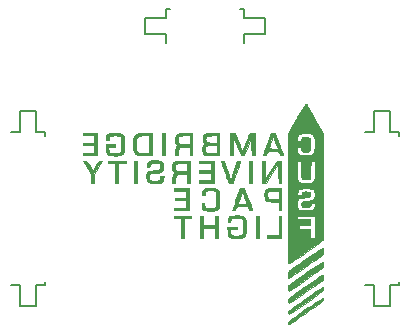
<source format=gbo>
G04 #@! TF.GenerationSoftware,KiCad,Pcbnew,no-vcs-found-d3b382c~59~ubuntu16.04.1*
G04 #@! TF.CreationDate,2017-07-27T00:58:42+01:00*
G04 #@! TF.ProjectId,DCDC-3V,444344432D33562E6B696361645F7063,1*
G04 #@! TF.SameCoordinates,Original
G04 #@! TF.FileFunction,Legend,Bot*
G04 #@! TF.FilePolarity,Positive*
%FSLAX46Y46*%
G04 Gerber Fmt 4.6, Leading zero omitted, Abs format (unit mm)*
G04 Created by KiCad (PCBNEW no-vcs-found-d3b382c~59~ubuntu16.04.1) date Thu Jul 27 00:58:42 2017*
%MOMM*%
%LPD*%
G01*
G04 APERTURE LIST*
%ADD10C,0.010000*%
%ADD11C,0.150000*%
%ADD12R,2.220000X0.740000*%
%ADD13C,1.200000*%
%ADD14R,0.740000X2.220000*%
G04 APERTURE END LIST*
D10*
G36*
X89658250Y-93789250D02*
X90642500Y-93789250D01*
X90642500Y-94392500D01*
X89690000Y-94392500D01*
X89690000Y-94614750D01*
X90642500Y-94614750D01*
X90642500Y-95281500D01*
X89658250Y-95281500D01*
X89658250Y-95472000D01*
X90864750Y-95472000D01*
X90864750Y-93598750D01*
X89658250Y-93598750D01*
X89658250Y-93789250D01*
X89658250Y-93789250D01*
G37*
X89658250Y-93789250D02*
X90642500Y-93789250D01*
X90642500Y-94392500D01*
X89690000Y-94392500D01*
X89690000Y-94614750D01*
X90642500Y-94614750D01*
X90642500Y-95281500D01*
X89658250Y-95281500D01*
X89658250Y-95472000D01*
X90864750Y-95472000D01*
X90864750Y-93598750D01*
X89658250Y-93598750D01*
X89658250Y-93789250D01*
G36*
X94711218Y-93599263D02*
X94555441Y-93601521D01*
X94441381Y-93606600D01*
X94358151Y-93615578D01*
X94294861Y-93629531D01*
X94240621Y-93649536D01*
X94197290Y-93670187D01*
X94108528Y-93721563D01*
X94041445Y-93780429D01*
X93993111Y-93856052D01*
X93960593Y-93957701D01*
X93940961Y-94094642D01*
X93931283Y-94276143D01*
X93928627Y-94511471D01*
X93928625Y-94519500D01*
X93929159Y-94715609D01*
X93931691Y-94860252D01*
X93937621Y-94965455D01*
X93948347Y-95043250D01*
X93965268Y-95105664D01*
X93989784Y-95164728D01*
X94008000Y-95202125D01*
X94054502Y-95287471D01*
X94103651Y-95352708D01*
X94164359Y-95400515D01*
X94245536Y-95433574D01*
X94356092Y-95454564D01*
X94504939Y-95466166D01*
X94700986Y-95471061D01*
X94904938Y-95471950D01*
X95500250Y-95472000D01*
X95500250Y-95281500D01*
X95246250Y-95281500D01*
X94873188Y-95279707D01*
X94713665Y-95275766D01*
X94566829Y-95266452D01*
X94450511Y-95253228D01*
X94389000Y-95240020D01*
X94304046Y-95198726D01*
X94240950Y-95135313D01*
X94196979Y-95041454D01*
X94169398Y-94908826D01*
X94155473Y-94729103D01*
X94152359Y-94519500D01*
X94157134Y-94285677D01*
X94174786Y-94107601D01*
X94212560Y-93977768D01*
X94277699Y-93888676D01*
X94377447Y-93832820D01*
X94519047Y-93802698D01*
X94709743Y-93790807D01*
X94857313Y-93789299D01*
X95246250Y-93789250D01*
X95246250Y-95281500D01*
X95500250Y-95281500D01*
X95500250Y-93598750D01*
X94919603Y-93598750D01*
X94711218Y-93599263D01*
X94711218Y-93599263D01*
G37*
X94711218Y-93599263D02*
X94555441Y-93601521D01*
X94441381Y-93606600D01*
X94358151Y-93615578D01*
X94294861Y-93629531D01*
X94240621Y-93649536D01*
X94197290Y-93670187D01*
X94108528Y-93721563D01*
X94041445Y-93780429D01*
X93993111Y-93856052D01*
X93960593Y-93957701D01*
X93940961Y-94094642D01*
X93931283Y-94276143D01*
X93928627Y-94511471D01*
X93928625Y-94519500D01*
X93929159Y-94715609D01*
X93931691Y-94860252D01*
X93937621Y-94965455D01*
X93948347Y-95043250D01*
X93965268Y-95105664D01*
X93989784Y-95164728D01*
X94008000Y-95202125D01*
X94054502Y-95287471D01*
X94103651Y-95352708D01*
X94164359Y-95400515D01*
X94245536Y-95433574D01*
X94356092Y-95454564D01*
X94504939Y-95466166D01*
X94700986Y-95471061D01*
X94904938Y-95471950D01*
X95500250Y-95472000D01*
X95500250Y-95281500D01*
X95246250Y-95281500D01*
X94873188Y-95279707D01*
X94713665Y-95275766D01*
X94566829Y-95266452D01*
X94450511Y-95253228D01*
X94389000Y-95240020D01*
X94304046Y-95198726D01*
X94240950Y-95135313D01*
X94196979Y-95041454D01*
X94169398Y-94908826D01*
X94155473Y-94729103D01*
X94152359Y-94519500D01*
X94157134Y-94285677D01*
X94174786Y-94107601D01*
X94212560Y-93977768D01*
X94277699Y-93888676D01*
X94377447Y-93832820D01*
X94519047Y-93802698D01*
X94709743Y-93790807D01*
X94857313Y-93789299D01*
X95246250Y-93789250D01*
X95246250Y-95281500D01*
X95500250Y-95281500D01*
X95500250Y-93598750D01*
X94919603Y-93598750D01*
X94711218Y-93599263D01*
G36*
X96389250Y-95472000D02*
X96611500Y-95472000D01*
X96611500Y-93598750D01*
X96389250Y-93598750D01*
X96389250Y-95472000D01*
X96389250Y-95472000D01*
G37*
X96389250Y-95472000D02*
X96611500Y-95472000D01*
X96611500Y-93598750D01*
X96389250Y-93598750D01*
X96389250Y-95472000D01*
G36*
X98349813Y-93599218D02*
X98123810Y-93600423D01*
X97951736Y-93604970D01*
X97824038Y-93614876D01*
X97731158Y-93632157D01*
X97663540Y-93658829D01*
X97611629Y-93696911D01*
X97565869Y-93748417D01*
X97551186Y-93767765D01*
X97519090Y-93820154D01*
X97499124Y-93882705D01*
X97488604Y-93971293D01*
X97484842Y-94101794D01*
X97484625Y-94161207D01*
X97485365Y-94302293D01*
X97490122Y-94394843D01*
X97502706Y-94453823D01*
X97526928Y-94494196D01*
X97566598Y-94530927D01*
X97581912Y-94543337D01*
X97679199Y-94621666D01*
X97589850Y-94711016D01*
X97550056Y-94753718D01*
X97524266Y-94795831D01*
X97509448Y-94851786D01*
X97502569Y-94936015D01*
X97500596Y-95062950D01*
X97500500Y-95136182D01*
X97500500Y-95472000D01*
X97722750Y-95472000D01*
X97722750Y-95238612D01*
X97734263Y-95030897D01*
X97768710Y-94881359D01*
X97825956Y-94790493D01*
X97851003Y-94772829D01*
X97903992Y-94760904D01*
X98006042Y-94751097D01*
X98142727Y-94744387D01*
X98299618Y-94741756D01*
X98308038Y-94741750D01*
X98707000Y-94741750D01*
X98707000Y-95472000D01*
X98929250Y-95472000D01*
X98929250Y-93789250D01*
X98707000Y-93789250D01*
X98707000Y-94524419D01*
X98279167Y-94514022D01*
X98103803Y-94508882D01*
X97980309Y-94502226D01*
X97897054Y-94492239D01*
X97842409Y-94477105D01*
X97804743Y-94455009D01*
X97784645Y-94436846D01*
X97725898Y-94338040D01*
X97699053Y-94202430D01*
X97706957Y-94049673D01*
X97719981Y-93990036D01*
X97747279Y-93916377D01*
X97789768Y-93862908D01*
X97856820Y-93826547D01*
X97957813Y-93804212D01*
X98102120Y-93792821D01*
X98299118Y-93789292D01*
X98330738Y-93789250D01*
X98707000Y-93789250D01*
X98929250Y-93789250D01*
X98929250Y-93598750D01*
X98349813Y-93599218D01*
X98349813Y-93599218D01*
G37*
X98349813Y-93599218D02*
X98123810Y-93600423D01*
X97951736Y-93604970D01*
X97824038Y-93614876D01*
X97731158Y-93632157D01*
X97663540Y-93658829D01*
X97611629Y-93696911D01*
X97565869Y-93748417D01*
X97551186Y-93767765D01*
X97519090Y-93820154D01*
X97499124Y-93882705D01*
X97488604Y-93971293D01*
X97484842Y-94101794D01*
X97484625Y-94161207D01*
X97485365Y-94302293D01*
X97490122Y-94394843D01*
X97502706Y-94453823D01*
X97526928Y-94494196D01*
X97566598Y-94530927D01*
X97581912Y-94543337D01*
X97679199Y-94621666D01*
X97589850Y-94711016D01*
X97550056Y-94753718D01*
X97524266Y-94795831D01*
X97509448Y-94851786D01*
X97502569Y-94936015D01*
X97500596Y-95062950D01*
X97500500Y-95136182D01*
X97500500Y-95472000D01*
X97722750Y-95472000D01*
X97722750Y-95238612D01*
X97734263Y-95030897D01*
X97768710Y-94881359D01*
X97825956Y-94790493D01*
X97851003Y-94772829D01*
X97903992Y-94760904D01*
X98006042Y-94751097D01*
X98142727Y-94744387D01*
X98299618Y-94741756D01*
X98308038Y-94741750D01*
X98707000Y-94741750D01*
X98707000Y-95472000D01*
X98929250Y-95472000D01*
X98929250Y-93789250D01*
X98707000Y-93789250D01*
X98707000Y-94524419D01*
X98279167Y-94514022D01*
X98103803Y-94508882D01*
X97980309Y-94502226D01*
X97897054Y-94492239D01*
X97842409Y-94477105D01*
X97804743Y-94455009D01*
X97784645Y-94436846D01*
X97725898Y-94338040D01*
X97699053Y-94202430D01*
X97706957Y-94049673D01*
X97719981Y-93990036D01*
X97747279Y-93916377D01*
X97789768Y-93862908D01*
X97856820Y-93826547D01*
X97957813Y-93804212D01*
X98102120Y-93792821D01*
X98299118Y-93789292D01*
X98330738Y-93789250D01*
X98707000Y-93789250D01*
X98929250Y-93789250D01*
X98929250Y-93598750D01*
X98349813Y-93599218D01*
G36*
X100419339Y-93600445D02*
X100235322Y-93606927D01*
X100098365Y-93620286D01*
X100000276Y-93642614D01*
X99932862Y-93676002D01*
X99887932Y-93722542D01*
X99857294Y-93784324D01*
X99849978Y-93805192D01*
X99823132Y-93939714D01*
X99820128Y-94089916D01*
X99838795Y-94234739D01*
X99876963Y-94353123D01*
X99912005Y-94406782D01*
X99987005Y-94486616D01*
X99904926Y-94551179D01*
X99815758Y-94661274D01*
X99767888Y-94817072D01*
X99762286Y-95015226D01*
X99764066Y-95036989D01*
X99799892Y-95216370D01*
X99871929Y-95346801D01*
X99980061Y-95431844D01*
X100043298Y-95448479D01*
X100160921Y-95460498D01*
X100335701Y-95468069D01*
X100570414Y-95471360D01*
X100635813Y-95471531D01*
X101215250Y-95472000D01*
X101215250Y-95281500D01*
X100993000Y-95281500D01*
X100616738Y-95281500D01*
X100458344Y-95278633D01*
X100314341Y-95270855D01*
X100201761Y-95259396D01*
X100142112Y-95247210D01*
X100054675Y-95191671D01*
X100008268Y-95105412D01*
X99989720Y-94998308D01*
X99992850Y-94876845D01*
X100014613Y-94764453D01*
X100051967Y-94684561D01*
X100064650Y-94671335D01*
X100121387Y-94650932D01*
X100237638Y-94635274D01*
X100414872Y-94624203D01*
X100553323Y-94619642D01*
X100993000Y-94608660D01*
X100993000Y-95281500D01*
X101215250Y-95281500D01*
X101215250Y-94392500D01*
X100993000Y-94392500D01*
X100619938Y-94392066D01*
X100465896Y-94390350D01*
X100329914Y-94386020D01*
X100227662Y-94379751D01*
X100177435Y-94373010D01*
X100111472Y-94325498D01*
X100066114Y-94236040D01*
X100044309Y-94123686D01*
X100049007Y-94007486D01*
X100083158Y-93906491D01*
X100101123Y-93880079D01*
X100129636Y-93849346D01*
X100164563Y-93827968D01*
X100217610Y-93813847D01*
X100300480Y-93804884D01*
X100424876Y-93798980D01*
X100577373Y-93794664D01*
X100993000Y-93784203D01*
X100993000Y-94392500D01*
X101215250Y-94392500D01*
X101215250Y-93598750D01*
X100658606Y-93598750D01*
X100419339Y-93600445D01*
X100419339Y-93600445D01*
G37*
X100419339Y-93600445D02*
X100235322Y-93606927D01*
X100098365Y-93620286D01*
X100000276Y-93642614D01*
X99932862Y-93676002D01*
X99887932Y-93722542D01*
X99857294Y-93784324D01*
X99849978Y-93805192D01*
X99823132Y-93939714D01*
X99820128Y-94089916D01*
X99838795Y-94234739D01*
X99876963Y-94353123D01*
X99912005Y-94406782D01*
X99987005Y-94486616D01*
X99904926Y-94551179D01*
X99815758Y-94661274D01*
X99767888Y-94817072D01*
X99762286Y-95015226D01*
X99764066Y-95036989D01*
X99799892Y-95216370D01*
X99871929Y-95346801D01*
X99980061Y-95431844D01*
X100043298Y-95448479D01*
X100160921Y-95460498D01*
X100335701Y-95468069D01*
X100570414Y-95471360D01*
X100635813Y-95471531D01*
X101215250Y-95472000D01*
X101215250Y-95281500D01*
X100993000Y-95281500D01*
X100616738Y-95281500D01*
X100458344Y-95278633D01*
X100314341Y-95270855D01*
X100201761Y-95259396D01*
X100142112Y-95247210D01*
X100054675Y-95191671D01*
X100008268Y-95105412D01*
X99989720Y-94998308D01*
X99992850Y-94876845D01*
X100014613Y-94764453D01*
X100051967Y-94684561D01*
X100064650Y-94671335D01*
X100121387Y-94650932D01*
X100237638Y-94635274D01*
X100414872Y-94624203D01*
X100553323Y-94619642D01*
X100993000Y-94608660D01*
X100993000Y-95281500D01*
X101215250Y-95281500D01*
X101215250Y-94392500D01*
X100993000Y-94392500D01*
X100619938Y-94392066D01*
X100465896Y-94390350D01*
X100329914Y-94386020D01*
X100227662Y-94379751D01*
X100177435Y-94373010D01*
X100111472Y-94325498D01*
X100066114Y-94236040D01*
X100044309Y-94123686D01*
X100049007Y-94007486D01*
X100083158Y-93906491D01*
X100101123Y-93880079D01*
X100129636Y-93849346D01*
X100164563Y-93827968D01*
X100217610Y-93813847D01*
X100300480Y-93804884D01*
X100424876Y-93798980D01*
X100577373Y-93794664D01*
X100993000Y-93784203D01*
X100993000Y-94392500D01*
X101215250Y-94392500D01*
X101215250Y-93598750D01*
X100658606Y-93598750D01*
X100419339Y-93600445D01*
G36*
X102104250Y-95472000D02*
X102357160Y-95472000D01*
X102365643Y-94679708D01*
X102374125Y-93887416D01*
X102696683Y-94671770D01*
X103019240Y-95456125D01*
X103286656Y-95456125D01*
X103608266Y-94678250D01*
X103929875Y-93900375D01*
X103938368Y-94686187D01*
X103946860Y-95472000D01*
X104199750Y-95472000D01*
X104199750Y-93598750D01*
X103793351Y-93598750D01*
X103684212Y-93860687D01*
X103633449Y-93983206D01*
X103565985Y-94147012D01*
X103489024Y-94334567D01*
X103409768Y-94528330D01*
X103371474Y-94622197D01*
X103303401Y-94786465D01*
X103242568Y-94928074D01*
X103193278Y-95037415D01*
X103159833Y-95104883D01*
X103147505Y-95122259D01*
X103124616Y-95096147D01*
X103108030Y-95051312D01*
X103090783Y-95002266D01*
X103052892Y-94903886D01*
X102998064Y-94765482D01*
X102930005Y-94596365D01*
X102852421Y-94405846D01*
X102807833Y-94297250D01*
X102526739Y-93614625D01*
X102315495Y-93605236D01*
X102104250Y-93595848D01*
X102104250Y-95472000D01*
X102104250Y-95472000D01*
G37*
X102104250Y-95472000D02*
X102357160Y-95472000D01*
X102365643Y-94679708D01*
X102374125Y-93887416D01*
X102696683Y-94671770D01*
X103019240Y-95456125D01*
X103286656Y-95456125D01*
X103608266Y-94678250D01*
X103929875Y-93900375D01*
X103938368Y-94686187D01*
X103946860Y-95472000D01*
X104199750Y-95472000D01*
X104199750Y-93598750D01*
X103793351Y-93598750D01*
X103684212Y-93860687D01*
X103633449Y-93983206D01*
X103565985Y-94147012D01*
X103489024Y-94334567D01*
X103409768Y-94528330D01*
X103371474Y-94622197D01*
X103303401Y-94786465D01*
X103242568Y-94928074D01*
X103193278Y-95037415D01*
X103159833Y-95104883D01*
X103147505Y-95122259D01*
X103124616Y-95096147D01*
X103108030Y-95051312D01*
X103090783Y-95002266D01*
X103052892Y-94903886D01*
X102998064Y-94765482D01*
X102930005Y-94596365D01*
X102852421Y-94405846D01*
X102807833Y-94297250D01*
X102526739Y-93614625D01*
X102315495Y-93605236D01*
X102104250Y-93595848D01*
X102104250Y-95472000D01*
G36*
X105269118Y-94510151D02*
X105184875Y-94737904D01*
X105108260Y-94946484D01*
X105041963Y-95128456D01*
X104988672Y-95276385D01*
X104951074Y-95382837D01*
X104931859Y-95440377D01*
X104929917Y-95448187D01*
X104958120Y-95463233D01*
X105028297Y-95471470D01*
X105054355Y-95472000D01*
X105123869Y-95469345D01*
X105166833Y-95451936D01*
X105197616Y-95405604D01*
X105230589Y-95316181D01*
X105239524Y-95289437D01*
X105300339Y-95106875D01*
X106227729Y-95089325D01*
X106297494Y-95280662D01*
X106336904Y-95384065D01*
X106368735Y-95441302D01*
X106406720Y-95466024D01*
X106464594Y-95471880D01*
X106490005Y-95472000D01*
X106567967Y-95466312D01*
X106610246Y-95452162D01*
X106612750Y-95447175D01*
X106602271Y-95412194D01*
X106572610Y-95325106D01*
X106526430Y-95193426D01*
X106466395Y-95024672D01*
X106421799Y-94900500D01*
X106160092Y-94900500D01*
X105783171Y-94900500D01*
X105636941Y-94898377D01*
X105517154Y-94892597D01*
X105436146Y-94884041D01*
X105406251Y-94873591D01*
X105406250Y-94873551D01*
X105416497Y-94836128D01*
X105444887Y-94749364D01*
X105487892Y-94623606D01*
X105541987Y-94469202D01*
X105589562Y-94335676D01*
X105772873Y-93824749D01*
X105966482Y-94362624D01*
X106160092Y-94900500D01*
X106421799Y-94900500D01*
X106395171Y-94826360D01*
X106315420Y-94606005D01*
X106283591Y-94518488D01*
X105954432Y-93614625D01*
X105781417Y-93605276D01*
X105608402Y-93595928D01*
X105269118Y-94510151D01*
X105269118Y-94510151D01*
G37*
X105269118Y-94510151D02*
X105184875Y-94737904D01*
X105108260Y-94946484D01*
X105041963Y-95128456D01*
X104988672Y-95276385D01*
X104951074Y-95382837D01*
X104931859Y-95440377D01*
X104929917Y-95448187D01*
X104958120Y-95463233D01*
X105028297Y-95471470D01*
X105054355Y-95472000D01*
X105123869Y-95469345D01*
X105166833Y-95451936D01*
X105197616Y-95405604D01*
X105230589Y-95316181D01*
X105239524Y-95289437D01*
X105300339Y-95106875D01*
X106227729Y-95089325D01*
X106297494Y-95280662D01*
X106336904Y-95384065D01*
X106368735Y-95441302D01*
X106406720Y-95466024D01*
X106464594Y-95471880D01*
X106490005Y-95472000D01*
X106567967Y-95466312D01*
X106610246Y-95452162D01*
X106612750Y-95447175D01*
X106602271Y-95412194D01*
X106572610Y-95325106D01*
X106526430Y-95193426D01*
X106466395Y-95024672D01*
X106421799Y-94900500D01*
X106160092Y-94900500D01*
X105783171Y-94900500D01*
X105636941Y-94898377D01*
X105517154Y-94892597D01*
X105436146Y-94884041D01*
X105406251Y-94873591D01*
X105406250Y-94873551D01*
X105416497Y-94836128D01*
X105444887Y-94749364D01*
X105487892Y-94623606D01*
X105541987Y-94469202D01*
X105589562Y-94335676D01*
X105772873Y-93824749D01*
X105966482Y-94362624D01*
X106160092Y-94900500D01*
X106421799Y-94900500D01*
X106395171Y-94826360D01*
X106315420Y-94606005D01*
X106283591Y-94518488D01*
X105954432Y-93614625D01*
X105781417Y-93605276D01*
X105608402Y-93595928D01*
X105269118Y-94510151D01*
G36*
X92127699Y-93585850D02*
X91967633Y-93595928D01*
X91850937Y-93616298D01*
X91767619Y-93649942D01*
X91707687Y-93699846D01*
X91661150Y-93768992D01*
X91650612Y-93789286D01*
X91613852Y-93896832D01*
X91595516Y-94017054D01*
X91595050Y-94035312D01*
X91595000Y-94170250D01*
X91722000Y-94170250D01*
X91803294Y-94167084D01*
X91839417Y-94145951D01*
X91848698Y-94089400D01*
X91849000Y-94049318D01*
X91853984Y-93954608D01*
X91875245Y-93887773D01*
X91922253Y-93843568D01*
X92004474Y-93816750D01*
X92131376Y-93802076D01*
X92309307Y-93794392D01*
X92511552Y-93792199D01*
X92660206Y-93800799D01*
X92764641Y-93822777D01*
X92834234Y-93860717D01*
X92878357Y-93917201D01*
X92894690Y-93955736D01*
X92908386Y-94029530D01*
X92918418Y-94151955D01*
X92924797Y-94308249D01*
X92927534Y-94483650D01*
X92926642Y-94663394D01*
X92922130Y-94832721D01*
X92914012Y-94976866D01*
X92902299Y-95081069D01*
X92893778Y-95117628D01*
X92855503Y-95185070D01*
X92789623Y-95232733D01*
X92687939Y-95262747D01*
X92542252Y-95277240D01*
X92344365Y-95278342D01*
X92281518Y-95276639D01*
X92124862Y-95270062D01*
X92019452Y-95260834D01*
X91953035Y-95246725D01*
X91913359Y-95225509D01*
X91895856Y-95206511D01*
X91867540Y-95141862D01*
X91843370Y-95043460D01*
X91826810Y-94934546D01*
X91821327Y-94838361D01*
X91830386Y-94778147D01*
X91831641Y-94775901D01*
X91872925Y-94759235D01*
X91965817Y-94747492D01*
X92098527Y-94741994D01*
X92136624Y-94741750D01*
X92420500Y-94741750D01*
X92420500Y-94519500D01*
X91586844Y-94519500D01*
X91601335Y-94860812D01*
X91615485Y-95064674D01*
X91640498Y-95214884D01*
X91679998Y-95320878D01*
X91737613Y-95392091D01*
X91816969Y-95437957D01*
X91824223Y-95440761D01*
X91905300Y-95458913D01*
X92032798Y-95473732D01*
X92189697Y-95484609D01*
X92358975Y-95490939D01*
X92523613Y-95492113D01*
X92666590Y-95487525D01*
X92770886Y-95476567D01*
X92779745Y-95474847D01*
X92885454Y-95440488D01*
X92979773Y-95390866D01*
X92986120Y-95386318D01*
X93044575Y-95333404D01*
X93089038Y-95266828D01*
X93121317Y-95177802D01*
X93143225Y-95057538D01*
X93156570Y-94897249D01*
X93163164Y-94688147D01*
X93164696Y-94519500D01*
X93164706Y-94313773D01*
X93162439Y-94160538D01*
X93156902Y-94048797D01*
X93147104Y-93967555D01*
X93132053Y-93905816D01*
X93110757Y-93852584D01*
X93103125Y-93836875D01*
X93048443Y-93746864D01*
X92980724Y-93680241D01*
X92890292Y-93633783D01*
X92767469Y-93604267D01*
X92602580Y-93588469D01*
X92385948Y-93583167D01*
X92341125Y-93583079D01*
X92127699Y-93585850D01*
X92127699Y-93585850D01*
G37*
X92127699Y-93585850D02*
X91967633Y-93595928D01*
X91850937Y-93616298D01*
X91767619Y-93649942D01*
X91707687Y-93699846D01*
X91661150Y-93768992D01*
X91650612Y-93789286D01*
X91613852Y-93896832D01*
X91595516Y-94017054D01*
X91595050Y-94035312D01*
X91595000Y-94170250D01*
X91722000Y-94170250D01*
X91803294Y-94167084D01*
X91839417Y-94145951D01*
X91848698Y-94089400D01*
X91849000Y-94049318D01*
X91853984Y-93954608D01*
X91875245Y-93887773D01*
X91922253Y-93843568D01*
X92004474Y-93816750D01*
X92131376Y-93802076D01*
X92309307Y-93794392D01*
X92511552Y-93792199D01*
X92660206Y-93800799D01*
X92764641Y-93822777D01*
X92834234Y-93860717D01*
X92878357Y-93917201D01*
X92894690Y-93955736D01*
X92908386Y-94029530D01*
X92918418Y-94151955D01*
X92924797Y-94308249D01*
X92927534Y-94483650D01*
X92926642Y-94663394D01*
X92922130Y-94832721D01*
X92914012Y-94976866D01*
X92902299Y-95081069D01*
X92893778Y-95117628D01*
X92855503Y-95185070D01*
X92789623Y-95232733D01*
X92687939Y-95262747D01*
X92542252Y-95277240D01*
X92344365Y-95278342D01*
X92281518Y-95276639D01*
X92124862Y-95270062D01*
X92019452Y-95260834D01*
X91953035Y-95246725D01*
X91913359Y-95225509D01*
X91895856Y-95206511D01*
X91867540Y-95141862D01*
X91843370Y-95043460D01*
X91826810Y-94934546D01*
X91821327Y-94838361D01*
X91830386Y-94778147D01*
X91831641Y-94775901D01*
X91872925Y-94759235D01*
X91965817Y-94747492D01*
X92098527Y-94741994D01*
X92136624Y-94741750D01*
X92420500Y-94741750D01*
X92420500Y-94519500D01*
X91586844Y-94519500D01*
X91601335Y-94860812D01*
X91615485Y-95064674D01*
X91640498Y-95214884D01*
X91679998Y-95320878D01*
X91737613Y-95392091D01*
X91816969Y-95437957D01*
X91824223Y-95440761D01*
X91905300Y-95458913D01*
X92032798Y-95473732D01*
X92189697Y-95484609D01*
X92358975Y-95490939D01*
X92523613Y-95492113D01*
X92666590Y-95487525D01*
X92770886Y-95476567D01*
X92779745Y-95474847D01*
X92885454Y-95440488D01*
X92979773Y-95390866D01*
X92986120Y-95386318D01*
X93044575Y-95333404D01*
X93089038Y-95266828D01*
X93121317Y-95177802D01*
X93143225Y-95057538D01*
X93156570Y-94897249D01*
X93163164Y-94688147D01*
X93164696Y-94519500D01*
X93164706Y-94313773D01*
X93162439Y-94160538D01*
X93156902Y-94048797D01*
X93147104Y-93967555D01*
X93132053Y-93905816D01*
X93110757Y-93852584D01*
X93103125Y-93836875D01*
X93048443Y-93746864D01*
X92980724Y-93680241D01*
X92890292Y-93633783D01*
X92767469Y-93604267D01*
X92602580Y-93588469D01*
X92385948Y-93583167D01*
X92341125Y-93583079D01*
X92127699Y-93585850D01*
G36*
X91175347Y-95916477D02*
X91169868Y-95916500D01*
X91028252Y-95916500D01*
X90765877Y-96329250D01*
X90674429Y-96471351D01*
X90594502Y-96592234D01*
X90532340Y-96682716D01*
X90494185Y-96733613D01*
X90485689Y-96741407D01*
X90463460Y-96715713D01*
X90414534Y-96645522D01*
X90345365Y-96540498D01*
X90262404Y-96410305D01*
X90229750Y-96358084D01*
X90141273Y-96217819D01*
X90062179Y-96096023D01*
X89999604Y-96003423D01*
X89960686Y-95950750D01*
X89954284Y-95943986D01*
X89900690Y-95926265D01*
X89813866Y-95921177D01*
X89788191Y-95922497D01*
X89659438Y-95932375D01*
X90023249Y-96488000D01*
X90387059Y-97043625D01*
X90387780Y-97432562D01*
X90388500Y-97821500D01*
X90610750Y-97821500D01*
X90610750Y-97039840D01*
X90931040Y-96534371D01*
X91057481Y-96335321D01*
X91153265Y-96183959D01*
X91220893Y-96073819D01*
X91262863Y-95998434D01*
X91281675Y-95951336D01*
X91279830Y-95926059D01*
X91259828Y-95916135D01*
X91224167Y-95915097D01*
X91175347Y-95916477D01*
X91175347Y-95916477D01*
G37*
X91175347Y-95916477D02*
X91169868Y-95916500D01*
X91028252Y-95916500D01*
X90765877Y-96329250D01*
X90674429Y-96471351D01*
X90594502Y-96592234D01*
X90532340Y-96682716D01*
X90494185Y-96733613D01*
X90485689Y-96741407D01*
X90463460Y-96715713D01*
X90414534Y-96645522D01*
X90345365Y-96540498D01*
X90262404Y-96410305D01*
X90229750Y-96358084D01*
X90141273Y-96217819D01*
X90062179Y-96096023D01*
X89999604Y-96003423D01*
X89960686Y-95950750D01*
X89954284Y-95943986D01*
X89900690Y-95926265D01*
X89813866Y-95921177D01*
X89788191Y-95922497D01*
X89659438Y-95932375D01*
X90023249Y-96488000D01*
X90387059Y-97043625D01*
X90387780Y-97432562D01*
X90388500Y-97821500D01*
X90610750Y-97821500D01*
X90610750Y-97039840D01*
X90931040Y-96534371D01*
X91057481Y-96335321D01*
X91153265Y-96183959D01*
X91220893Y-96073819D01*
X91262863Y-95998434D01*
X91281675Y-95951336D01*
X91279830Y-95926059D01*
X91259828Y-95916135D01*
X91224167Y-95915097D01*
X91175347Y-95916477D01*
G36*
X91817250Y-96138750D02*
X92420500Y-96138750D01*
X92420500Y-97821500D01*
X92674500Y-97821500D01*
X92674500Y-96138750D01*
X93277750Y-96138750D01*
X93277750Y-95916500D01*
X91817250Y-95916500D01*
X91817250Y-96138750D01*
X91817250Y-96138750D01*
G37*
X91817250Y-96138750D02*
X92420500Y-96138750D01*
X92420500Y-97821500D01*
X92674500Y-97821500D01*
X92674500Y-96138750D01*
X93277750Y-96138750D01*
X93277750Y-95916500D01*
X91817250Y-95916500D01*
X91817250Y-96138750D01*
G36*
X94008000Y-97821500D02*
X94262000Y-97821500D01*
X94262000Y-95916500D01*
X94008000Y-95916500D01*
X94008000Y-97821500D01*
X94008000Y-97821500D01*
G37*
X94008000Y-97821500D02*
X94262000Y-97821500D01*
X94262000Y-95916500D01*
X94008000Y-95916500D01*
X94008000Y-97821500D01*
G36*
X95546957Y-95910725D02*
X95378504Y-95929331D01*
X95256628Y-95966390D01*
X95173191Y-96026612D01*
X95120053Y-96114707D01*
X95089077Y-96235388D01*
X95079779Y-96305437D01*
X95063551Y-96456250D01*
X95180553Y-96456250D01*
X95254671Y-96451806D01*
X95294033Y-96426919D01*
X95317578Y-96364252D01*
X95327465Y-96321788D01*
X95356434Y-96231188D01*
X95402943Y-96169493D01*
X95477488Y-96132244D01*
X95590567Y-96114982D01*
X95752678Y-96113249D01*
X95813953Y-96115146D01*
X95985508Y-96127106D01*
X96103395Y-96152719D01*
X96177097Y-96198968D01*
X96216095Y-96272838D01*
X96229869Y-96381310D01*
X96230500Y-96421949D01*
X96224107Y-96534117D01*
X96197789Y-96610364D01*
X96140840Y-96659599D01*
X96042554Y-96690733D01*
X95892225Y-96712675D01*
X95879465Y-96714099D01*
X95653388Y-96739784D01*
X95481693Y-96761670D01*
X95355523Y-96781723D01*
X95266022Y-96801913D01*
X95204334Y-96824206D01*
X95161602Y-96850570D01*
X95131209Y-96880354D01*
X95077178Y-96981766D01*
X95044785Y-97125426D01*
X95036389Y-97293079D01*
X95054347Y-97466470D01*
X95055024Y-97470042D01*
X95094345Y-97613748D01*
X95153360Y-97708340D01*
X95242912Y-97767587D01*
X95306573Y-97789394D01*
X95402055Y-97805244D01*
X95539818Y-97814939D01*
X95701898Y-97818662D01*
X95870333Y-97816597D01*
X96027159Y-97808926D01*
X96154414Y-97795832D01*
X96227527Y-97780020D01*
X96342341Y-97714918D01*
X96419779Y-97609273D01*
X96464716Y-97455535D01*
X96472371Y-97400812D01*
X96493243Y-97218250D01*
X96230500Y-97218250D01*
X96230500Y-97341732D01*
X96211120Y-97460417D01*
X96169786Y-97540170D01*
X96139374Y-97572893D01*
X96102850Y-97594395D01*
X96047240Y-97607012D01*
X95959567Y-97613081D01*
X95826854Y-97614939D01*
X95754151Y-97615025D01*
X95598505Y-97614152D01*
X95493379Y-97610077D01*
X95425801Y-97600458D01*
X95382796Y-97582957D01*
X95351391Y-97555233D01*
X95338615Y-97540070D01*
X95299906Y-97457819D01*
X95279149Y-97343899D01*
X95276848Y-97221519D01*
X95293506Y-97113889D01*
X95327893Y-97045892D01*
X95348330Y-97023698D01*
X95364421Y-97008574D01*
X95387678Y-96998367D01*
X95429611Y-96990928D01*
X95501730Y-96984104D01*
X95615546Y-96975744D01*
X95758001Y-96965507D01*
X95985338Y-96942875D01*
X96157091Y-96909136D01*
X96280922Y-96858850D01*
X96364493Y-96786574D01*
X96415468Y-96686865D01*
X96441508Y-96554282D01*
X96447480Y-96475816D01*
X96447258Y-96289280D01*
X96421102Y-96146748D01*
X96362638Y-96042857D01*
X96265494Y-95972244D01*
X96123297Y-95929548D01*
X95929673Y-95909405D01*
X95770125Y-95905860D01*
X95546957Y-95910725D01*
X95546957Y-95910725D01*
G37*
X95546957Y-95910725D02*
X95378504Y-95929331D01*
X95256628Y-95966390D01*
X95173191Y-96026612D01*
X95120053Y-96114707D01*
X95089077Y-96235388D01*
X95079779Y-96305437D01*
X95063551Y-96456250D01*
X95180553Y-96456250D01*
X95254671Y-96451806D01*
X95294033Y-96426919D01*
X95317578Y-96364252D01*
X95327465Y-96321788D01*
X95356434Y-96231188D01*
X95402943Y-96169493D01*
X95477488Y-96132244D01*
X95590567Y-96114982D01*
X95752678Y-96113249D01*
X95813953Y-96115146D01*
X95985508Y-96127106D01*
X96103395Y-96152719D01*
X96177097Y-96198968D01*
X96216095Y-96272838D01*
X96229869Y-96381310D01*
X96230500Y-96421949D01*
X96224107Y-96534117D01*
X96197789Y-96610364D01*
X96140840Y-96659599D01*
X96042554Y-96690733D01*
X95892225Y-96712675D01*
X95879465Y-96714099D01*
X95653388Y-96739784D01*
X95481693Y-96761670D01*
X95355523Y-96781723D01*
X95266022Y-96801913D01*
X95204334Y-96824206D01*
X95161602Y-96850570D01*
X95131209Y-96880354D01*
X95077178Y-96981766D01*
X95044785Y-97125426D01*
X95036389Y-97293079D01*
X95054347Y-97466470D01*
X95055024Y-97470042D01*
X95094345Y-97613748D01*
X95153360Y-97708340D01*
X95242912Y-97767587D01*
X95306573Y-97789394D01*
X95402055Y-97805244D01*
X95539818Y-97814939D01*
X95701898Y-97818662D01*
X95870333Y-97816597D01*
X96027159Y-97808926D01*
X96154414Y-97795832D01*
X96227527Y-97780020D01*
X96342341Y-97714918D01*
X96419779Y-97609273D01*
X96464716Y-97455535D01*
X96472371Y-97400812D01*
X96493243Y-97218250D01*
X96230500Y-97218250D01*
X96230500Y-97341732D01*
X96211120Y-97460417D01*
X96169786Y-97540170D01*
X96139374Y-97572893D01*
X96102850Y-97594395D01*
X96047240Y-97607012D01*
X95959567Y-97613081D01*
X95826854Y-97614939D01*
X95754151Y-97615025D01*
X95598505Y-97614152D01*
X95493379Y-97610077D01*
X95425801Y-97600458D01*
X95382796Y-97582957D01*
X95351391Y-97555233D01*
X95338615Y-97540070D01*
X95299906Y-97457819D01*
X95279149Y-97343899D01*
X95276848Y-97221519D01*
X95293506Y-97113889D01*
X95327893Y-97045892D01*
X95348330Y-97023698D01*
X95364421Y-97008574D01*
X95387678Y-96998367D01*
X95429611Y-96990928D01*
X95501730Y-96984104D01*
X95615546Y-96975744D01*
X95758001Y-96965507D01*
X95985338Y-96942875D01*
X96157091Y-96909136D01*
X96280922Y-96858850D01*
X96364493Y-96786574D01*
X96415468Y-96686865D01*
X96441508Y-96554282D01*
X96447480Y-96475816D01*
X96447258Y-96289280D01*
X96421102Y-96146748D01*
X96362638Y-96042857D01*
X96265494Y-95972244D01*
X96123297Y-95929548D01*
X95929673Y-95909405D01*
X95770125Y-95905860D01*
X95546957Y-95910725D01*
G36*
X97884815Y-95919686D02*
X97674304Y-95931913D01*
X97513875Y-95957183D01*
X97396921Y-95999500D01*
X97316833Y-96062864D01*
X97267002Y-96151279D01*
X97240820Y-96268748D01*
X97231679Y-96419273D01*
X97231273Y-96474160D01*
X97242699Y-96663253D01*
X97278287Y-96798920D01*
X97340487Y-96887407D01*
X97409169Y-96927736D01*
X97449984Y-96946847D01*
X97440799Y-96966565D01*
X97392962Y-96994080D01*
X97330226Y-97044606D01*
X97286927Y-97124025D01*
X97260445Y-97241832D01*
X97248158Y-97407523D01*
X97246500Y-97524612D01*
X97246500Y-97821500D01*
X97500500Y-97821500D01*
X97500500Y-97518431D01*
X97501793Y-97375077D01*
X97507754Y-97279931D01*
X97521506Y-97217724D01*
X97546174Y-97173183D01*
X97578432Y-97137431D01*
X97614148Y-97105028D01*
X97652966Y-97083121D01*
X97707399Y-97069662D01*
X97789958Y-97062605D01*
X97913153Y-97059903D01*
X98054682Y-97059500D01*
X98453000Y-97059500D01*
X98453000Y-97821500D01*
X98707000Y-97821500D01*
X98707000Y-96837250D01*
X98453000Y-96837250D01*
X98038807Y-96837250D01*
X97868899Y-96836663D01*
X97750313Y-96833617D01*
X97670871Y-96826185D01*
X97618397Y-96812437D01*
X97580714Y-96790445D01*
X97546682Y-96759318D01*
X97502365Y-96705181D01*
X97478674Y-96641728D01*
X97469638Y-96547535D01*
X97468750Y-96479636D01*
X97475425Y-96356872D01*
X97493148Y-96260872D01*
X97510320Y-96221037D01*
X97576417Y-96173203D01*
X97696463Y-96138844D01*
X97873147Y-96117480D01*
X98109161Y-96108634D01*
X98143438Y-96108382D01*
X98453000Y-96107000D01*
X98453000Y-96837250D01*
X98707000Y-96837250D01*
X98707000Y-95916500D01*
X98152018Y-95916500D01*
X97884815Y-95919686D01*
X97884815Y-95919686D01*
G37*
X97884815Y-95919686D02*
X97674304Y-95931913D01*
X97513875Y-95957183D01*
X97396921Y-95999500D01*
X97316833Y-96062864D01*
X97267002Y-96151279D01*
X97240820Y-96268748D01*
X97231679Y-96419273D01*
X97231273Y-96474160D01*
X97242699Y-96663253D01*
X97278287Y-96798920D01*
X97340487Y-96887407D01*
X97409169Y-96927736D01*
X97449984Y-96946847D01*
X97440799Y-96966565D01*
X97392962Y-96994080D01*
X97330226Y-97044606D01*
X97286927Y-97124025D01*
X97260445Y-97241832D01*
X97248158Y-97407523D01*
X97246500Y-97524612D01*
X97246500Y-97821500D01*
X97500500Y-97821500D01*
X97500500Y-97518431D01*
X97501793Y-97375077D01*
X97507754Y-97279931D01*
X97521506Y-97217724D01*
X97546174Y-97173183D01*
X97578432Y-97137431D01*
X97614148Y-97105028D01*
X97652966Y-97083121D01*
X97707399Y-97069662D01*
X97789958Y-97062605D01*
X97913153Y-97059903D01*
X98054682Y-97059500D01*
X98453000Y-97059500D01*
X98453000Y-97821500D01*
X98707000Y-97821500D01*
X98707000Y-96837250D01*
X98453000Y-96837250D01*
X98038807Y-96837250D01*
X97868899Y-96836663D01*
X97750313Y-96833617D01*
X97670871Y-96826185D01*
X97618397Y-96812437D01*
X97580714Y-96790445D01*
X97546682Y-96759318D01*
X97502365Y-96705181D01*
X97478674Y-96641728D01*
X97469638Y-96547535D01*
X97468750Y-96479636D01*
X97475425Y-96356872D01*
X97493148Y-96260872D01*
X97510320Y-96221037D01*
X97576417Y-96173203D01*
X97696463Y-96138844D01*
X97873147Y-96117480D01*
X98109161Y-96108634D01*
X98143438Y-96108382D01*
X98453000Y-96107000D01*
X98453000Y-96837250D01*
X98707000Y-96837250D01*
X98707000Y-95916500D01*
X98152018Y-95916500D01*
X97884815Y-95919686D01*
G36*
X99500750Y-96138750D02*
X100485000Y-96138750D01*
X100485000Y-96742000D01*
X99532500Y-96742000D01*
X99532500Y-96932500D01*
X100485000Y-96932500D01*
X100485000Y-97599250D01*
X99500750Y-97599250D01*
X99500750Y-97821500D01*
X100739000Y-97821500D01*
X100739000Y-95916500D01*
X99500750Y-95916500D01*
X99500750Y-96138750D01*
X99500750Y-96138750D01*
G37*
X99500750Y-96138750D02*
X100485000Y-96138750D01*
X100485000Y-96742000D01*
X99532500Y-96742000D01*
X99532500Y-96932500D01*
X100485000Y-96932500D01*
X100485000Y-97599250D01*
X99500750Y-97599250D01*
X99500750Y-97821500D01*
X100739000Y-97821500D01*
X100739000Y-95916500D01*
X99500750Y-95916500D01*
X99500750Y-96138750D01*
G36*
X102465792Y-96723402D02*
X102390893Y-96935508D01*
X102322353Y-97125644D01*
X102263012Y-97286249D01*
X102215708Y-97409763D01*
X102183282Y-97488626D01*
X102168574Y-97515276D01*
X102168410Y-97515166D01*
X102154284Y-97482287D01*
X102122320Y-97397459D01*
X102075429Y-97268744D01*
X102016522Y-97104207D01*
X101948512Y-96911912D01*
X101879979Y-96716201D01*
X101606763Y-95932375D01*
X101474507Y-95922611D01*
X101393156Y-95919036D01*
X101346548Y-95921694D01*
X101342250Y-95924257D01*
X101352383Y-95956230D01*
X101380665Y-96039034D01*
X101423923Y-96163685D01*
X101478985Y-96321202D01*
X101542678Y-96502602D01*
X101611829Y-96698901D01*
X101683264Y-96901119D01*
X101753812Y-97100271D01*
X101820298Y-97287376D01*
X101879551Y-97453451D01*
X101928397Y-97589513D01*
X101963663Y-97686580D01*
X101981574Y-97734187D01*
X102010087Y-97787485D01*
X102052984Y-97813241D01*
X102131158Y-97821152D01*
X102169729Y-97821500D01*
X102262452Y-97816423D01*
X102325512Y-97803519D01*
X102339219Y-97794857D01*
X102355148Y-97756719D01*
X102388495Y-97668239D01*
X102436069Y-97538430D01*
X102494683Y-97376301D01*
X102561146Y-97190866D01*
X102632271Y-96991135D01*
X102704867Y-96786120D01*
X102775745Y-96584832D01*
X102841717Y-96396284D01*
X102899594Y-96229487D01*
X102946185Y-96093451D01*
X102978303Y-95997190D01*
X102992757Y-95949713D01*
X102993250Y-95946746D01*
X102965145Y-95927532D01*
X102895213Y-95917115D01*
X102870604Y-95916500D01*
X102747958Y-95916500D01*
X102465792Y-96723402D01*
X102465792Y-96723402D01*
G37*
X102465792Y-96723402D02*
X102390893Y-96935508D01*
X102322353Y-97125644D01*
X102263012Y-97286249D01*
X102215708Y-97409763D01*
X102183282Y-97488626D01*
X102168574Y-97515276D01*
X102168410Y-97515166D01*
X102154284Y-97482287D01*
X102122320Y-97397459D01*
X102075429Y-97268744D01*
X102016522Y-97104207D01*
X101948512Y-96911912D01*
X101879979Y-96716201D01*
X101606763Y-95932375D01*
X101474507Y-95922611D01*
X101393156Y-95919036D01*
X101346548Y-95921694D01*
X101342250Y-95924257D01*
X101352383Y-95956230D01*
X101380665Y-96039034D01*
X101423923Y-96163685D01*
X101478985Y-96321202D01*
X101542678Y-96502602D01*
X101611829Y-96698901D01*
X101683264Y-96901119D01*
X101753812Y-97100271D01*
X101820298Y-97287376D01*
X101879551Y-97453451D01*
X101928397Y-97589513D01*
X101963663Y-97686580D01*
X101981574Y-97734187D01*
X102010087Y-97787485D01*
X102052984Y-97813241D01*
X102131158Y-97821152D01*
X102169729Y-97821500D01*
X102262452Y-97816423D01*
X102325512Y-97803519D01*
X102339219Y-97794857D01*
X102355148Y-97756719D01*
X102388495Y-97668239D01*
X102436069Y-97538430D01*
X102494683Y-97376301D01*
X102561146Y-97190866D01*
X102632271Y-96991135D01*
X102704867Y-96786120D01*
X102775745Y-96584832D01*
X102841717Y-96396284D01*
X102899594Y-96229487D01*
X102946185Y-96093451D01*
X102978303Y-95997190D01*
X102992757Y-95949713D01*
X102993250Y-95946746D01*
X102965145Y-95927532D01*
X102895213Y-95917115D01*
X102870604Y-95916500D01*
X102747958Y-95916500D01*
X102465792Y-96723402D01*
G36*
X103691750Y-97821500D02*
X103945750Y-97821500D01*
X103945750Y-95916500D01*
X103691750Y-95916500D01*
X103691750Y-97821500D01*
X103691750Y-97821500D01*
G37*
X103691750Y-97821500D02*
X103945750Y-97821500D01*
X103945750Y-95916500D01*
X103691750Y-95916500D01*
X103691750Y-97821500D01*
G36*
X105593591Y-96718187D02*
X105104625Y-97519875D01*
X105096143Y-96718187D01*
X105087660Y-95916500D01*
X104834750Y-95916500D01*
X104834750Y-97821500D01*
X105207669Y-97821500D01*
X105711772Y-96998544D01*
X106215875Y-96175589D01*
X106224340Y-96998544D01*
X106232805Y-97821500D01*
X106454000Y-97821500D01*
X106454000Y-95916500D01*
X106268278Y-95916500D01*
X106082556Y-95916499D01*
X105593591Y-96718187D01*
X105593591Y-96718187D01*
G37*
X105593591Y-96718187D02*
X105104625Y-97519875D01*
X105096143Y-96718187D01*
X105087660Y-95916500D01*
X104834750Y-95916500D01*
X104834750Y-97821500D01*
X105207669Y-97821500D01*
X105711772Y-96998544D01*
X106215875Y-96175589D01*
X106224340Y-96998544D01*
X106232805Y-97821500D01*
X106454000Y-97821500D01*
X106454000Y-95916500D01*
X106268278Y-95916500D01*
X106082556Y-95916499D01*
X105593591Y-96718187D01*
G36*
X97373500Y-98456500D02*
X98357750Y-98456500D01*
X98357750Y-99059750D01*
X97437000Y-99059750D01*
X97437000Y-99282000D01*
X98357750Y-99282000D01*
X98357750Y-99948750D01*
X97373500Y-99948750D01*
X97373500Y-100139250D01*
X98611750Y-100139250D01*
X98611750Y-98234250D01*
X97373500Y-98234250D01*
X97373500Y-98456500D01*
X97373500Y-98456500D01*
G37*
X97373500Y-98456500D02*
X98357750Y-98456500D01*
X98357750Y-99059750D01*
X97437000Y-99059750D01*
X97437000Y-99282000D01*
X98357750Y-99282000D01*
X98357750Y-99948750D01*
X97373500Y-99948750D01*
X97373500Y-100139250D01*
X98611750Y-100139250D01*
X98611750Y-98234250D01*
X97373500Y-98234250D01*
X97373500Y-98456500D01*
G36*
X102666113Y-99129662D02*
X102581189Y-99357432D01*
X102502704Y-99567775D01*
X102433603Y-99752811D01*
X102376831Y-99904658D01*
X102335334Y-100015434D01*
X102312057Y-100077259D01*
X102308821Y-100085717D01*
X102302137Y-100121152D01*
X102328433Y-100135601D01*
X102401356Y-100134793D01*
X102422232Y-100133342D01*
X102497998Y-100125160D01*
X102544809Y-100104740D01*
X102578118Y-100057269D01*
X102613377Y-99967932D01*
X102623064Y-99940812D01*
X102688062Y-99758250D01*
X103622959Y-99758250D01*
X103683635Y-99940812D01*
X103719143Y-100041781D01*
X103750144Y-100097289D01*
X103791663Y-100122299D01*
X103858725Y-100131772D01*
X103876781Y-100133138D01*
X103957645Y-100133702D01*
X104003450Y-100123523D01*
X104007450Y-100117263D01*
X103996399Y-100082165D01*
X103965956Y-99994963D01*
X103918803Y-99863091D01*
X103857624Y-99693985D01*
X103797127Y-99528062D01*
X103525966Y-99528062D01*
X103516836Y-99545502D01*
X103470143Y-99557351D01*
X103378364Y-99564405D01*
X103233976Y-99567464D01*
X103152000Y-99567750D01*
X102982396Y-99566211D01*
X102868690Y-99561059D01*
X102803341Y-99551492D01*
X102778809Y-99536708D01*
X102779106Y-99528062D01*
X102794660Y-99485611D01*
X102827686Y-99394831D01*
X102874051Y-99267103D01*
X102929621Y-99113810D01*
X102960701Y-99028000D01*
X103019700Y-98867341D01*
X103072462Y-98727910D01*
X103114732Y-98620637D01*
X103142248Y-98556452D01*
X103149407Y-98543629D01*
X103162437Y-98553173D01*
X103187002Y-98601121D01*
X103224510Y-98691156D01*
X103276370Y-98826959D01*
X103343991Y-99012215D01*
X103428781Y-99250606D01*
X103525966Y-99528062D01*
X103797127Y-99528062D01*
X103785100Y-99495079D01*
X103703914Y-99273809D01*
X103665990Y-99170875D01*
X103326330Y-98250125D01*
X103000982Y-98231199D01*
X102666113Y-99129662D01*
X102666113Y-99129662D01*
G37*
X102666113Y-99129662D02*
X102581189Y-99357432D01*
X102502704Y-99567775D01*
X102433603Y-99752811D01*
X102376831Y-99904658D01*
X102335334Y-100015434D01*
X102312057Y-100077259D01*
X102308821Y-100085717D01*
X102302137Y-100121152D01*
X102328433Y-100135601D01*
X102401356Y-100134793D01*
X102422232Y-100133342D01*
X102497998Y-100125160D01*
X102544809Y-100104740D01*
X102578118Y-100057269D01*
X102613377Y-99967932D01*
X102623064Y-99940812D01*
X102688062Y-99758250D01*
X103622959Y-99758250D01*
X103683635Y-99940812D01*
X103719143Y-100041781D01*
X103750144Y-100097289D01*
X103791663Y-100122299D01*
X103858725Y-100131772D01*
X103876781Y-100133138D01*
X103957645Y-100133702D01*
X104003450Y-100123523D01*
X104007450Y-100117263D01*
X103996399Y-100082165D01*
X103965956Y-99994963D01*
X103918803Y-99863091D01*
X103857624Y-99693985D01*
X103797127Y-99528062D01*
X103525966Y-99528062D01*
X103516836Y-99545502D01*
X103470143Y-99557351D01*
X103378364Y-99564405D01*
X103233976Y-99567464D01*
X103152000Y-99567750D01*
X102982396Y-99566211D01*
X102868690Y-99561059D01*
X102803341Y-99551492D01*
X102778809Y-99536708D01*
X102779106Y-99528062D01*
X102794660Y-99485611D01*
X102827686Y-99394831D01*
X102874051Y-99267103D01*
X102929621Y-99113810D01*
X102960701Y-99028000D01*
X103019700Y-98867341D01*
X103072462Y-98727910D01*
X103114732Y-98620637D01*
X103142248Y-98556452D01*
X103149407Y-98543629D01*
X103162437Y-98553173D01*
X103187002Y-98601121D01*
X103224510Y-98691156D01*
X103276370Y-98826959D01*
X103343991Y-99012215D01*
X103428781Y-99250606D01*
X103525966Y-99528062D01*
X103797127Y-99528062D01*
X103785100Y-99495079D01*
X103703914Y-99273809D01*
X103665990Y-99170875D01*
X103326330Y-98250125D01*
X103000982Y-98231199D01*
X102666113Y-99129662D01*
G36*
X105890438Y-98240104D02*
X105635666Y-98248651D01*
X105437352Y-98264388D01*
X105288501Y-98292105D01*
X105182115Y-98336592D01*
X105111199Y-98402640D01*
X105068756Y-98495039D01*
X105047790Y-98618579D01*
X105041305Y-98778050D01*
X105041125Y-98821625D01*
X105046704Y-99001184D01*
X105068355Y-99138730D01*
X105113452Y-99240071D01*
X105189368Y-99311017D01*
X105303478Y-99357375D01*
X105463154Y-99384954D01*
X105675769Y-99399562D01*
X105779313Y-99403132D01*
X106231750Y-99416061D01*
X106231750Y-100139250D01*
X106454000Y-100139250D01*
X106454000Y-98456500D01*
X106231750Y-98456500D01*
X106231750Y-99191669D01*
X105804622Y-99181272D01*
X105609292Y-99173715D01*
X105462776Y-99162020D01*
X105370445Y-99146738D01*
X105340451Y-99133741D01*
X105297852Y-99055689D01*
X105274616Y-98940016D01*
X105270079Y-98806552D01*
X105283576Y-98675128D01*
X105314442Y-98565575D01*
X105361756Y-98497909D01*
X105416512Y-98477997D01*
X105520214Y-98464813D01*
X105678155Y-98457883D01*
X105825069Y-98456500D01*
X106231750Y-98456500D01*
X106454000Y-98456500D01*
X106454000Y-98227169D01*
X105890438Y-98240104D01*
X105890438Y-98240104D01*
G37*
X105890438Y-98240104D02*
X105635666Y-98248651D01*
X105437352Y-98264388D01*
X105288501Y-98292105D01*
X105182115Y-98336592D01*
X105111199Y-98402640D01*
X105068756Y-98495039D01*
X105047790Y-98618579D01*
X105041305Y-98778050D01*
X105041125Y-98821625D01*
X105046704Y-99001184D01*
X105068355Y-99138730D01*
X105113452Y-99240071D01*
X105189368Y-99311017D01*
X105303478Y-99357375D01*
X105463154Y-99384954D01*
X105675769Y-99399562D01*
X105779313Y-99403132D01*
X106231750Y-99416061D01*
X106231750Y-100139250D01*
X106454000Y-100139250D01*
X106454000Y-98456500D01*
X106231750Y-98456500D01*
X106231750Y-99191669D01*
X105804622Y-99181272D01*
X105609292Y-99173715D01*
X105462776Y-99162020D01*
X105370445Y-99146738D01*
X105340451Y-99133741D01*
X105297852Y-99055689D01*
X105274616Y-98940016D01*
X105270079Y-98806552D01*
X105283576Y-98675128D01*
X105314442Y-98565575D01*
X105361756Y-98497909D01*
X105416512Y-98477997D01*
X105520214Y-98464813D01*
X105678155Y-98457883D01*
X105825069Y-98456500D01*
X106231750Y-98456500D01*
X106454000Y-98456500D01*
X106454000Y-98227169D01*
X105890438Y-98240104D01*
G36*
X100174329Y-98241182D02*
X100015161Y-98265889D01*
X99900961Y-98314240D01*
X99823026Y-98392100D01*
X99772652Y-98505338D01*
X99741138Y-98659820D01*
X99739619Y-98670812D01*
X99717042Y-98837500D01*
X99968742Y-98837500D01*
X99985523Y-98688618D01*
X100009811Y-98574909D01*
X100060320Y-98502551D01*
X100150350Y-98459177D01*
X100255469Y-98437676D01*
X100372242Y-98430372D01*
X100511624Y-98436530D01*
X100655469Y-98453526D01*
X100785634Y-98478737D01*
X100883973Y-98509541D01*
X100925766Y-98534574D01*
X100944392Y-98561655D01*
X100957976Y-98606003D01*
X100967243Y-98676653D01*
X100972921Y-98782639D01*
X100975736Y-98932996D01*
X100976413Y-99136757D01*
X100976387Y-99164237D01*
X100973991Y-99412679D01*
X100967421Y-99600182D01*
X100956526Y-99729181D01*
X100941160Y-99802109D01*
X100936943Y-99811269D01*
X100870848Y-99878394D01*
X100758497Y-99922052D01*
X100595288Y-99943312D01*
X100376614Y-99943245D01*
X100369982Y-99942961D01*
X100204644Y-99931931D01*
X100091786Y-99911053D01*
X100020438Y-99873032D01*
X99979631Y-99810571D01*
X99958396Y-99716374D01*
X99952653Y-99665370D01*
X99941440Y-99570639D01*
X99923362Y-99522995D01*
X99886111Y-99506259D01*
X99830086Y-99504250D01*
X99723000Y-99504250D01*
X99723000Y-99674137D01*
X99735416Y-99852276D01*
X99774880Y-99979312D01*
X99844717Y-100063044D01*
X99902802Y-100095834D01*
X99991010Y-100118717D01*
X100124805Y-100137112D01*
X100286382Y-100150192D01*
X100457933Y-100157128D01*
X100621651Y-100157094D01*
X100759730Y-100149261D01*
X100830432Y-100138944D01*
X100947436Y-100108917D01*
X101039255Y-100069351D01*
X101108900Y-100012790D01*
X101159380Y-99931778D01*
X101193706Y-99818860D01*
X101214886Y-99666578D01*
X101225930Y-99467478D01*
X101229848Y-99214102D01*
X101230055Y-99148920D01*
X101231125Y-98523715D01*
X101123294Y-98412367D01*
X101038756Y-98341825D01*
X100935680Y-98291373D01*
X100803207Y-98258383D01*
X100630477Y-98240227D01*
X100406630Y-98234277D01*
X100387168Y-98234250D01*
X100174329Y-98241182D01*
X100174329Y-98241182D01*
G37*
X100174329Y-98241182D02*
X100015161Y-98265889D01*
X99900961Y-98314240D01*
X99823026Y-98392100D01*
X99772652Y-98505338D01*
X99741138Y-98659820D01*
X99739619Y-98670812D01*
X99717042Y-98837500D01*
X99968742Y-98837500D01*
X99985523Y-98688618D01*
X100009811Y-98574909D01*
X100060320Y-98502551D01*
X100150350Y-98459177D01*
X100255469Y-98437676D01*
X100372242Y-98430372D01*
X100511624Y-98436530D01*
X100655469Y-98453526D01*
X100785634Y-98478737D01*
X100883973Y-98509541D01*
X100925766Y-98534574D01*
X100944392Y-98561655D01*
X100957976Y-98606003D01*
X100967243Y-98676653D01*
X100972921Y-98782639D01*
X100975736Y-98932996D01*
X100976413Y-99136757D01*
X100976387Y-99164237D01*
X100973991Y-99412679D01*
X100967421Y-99600182D01*
X100956526Y-99729181D01*
X100941160Y-99802109D01*
X100936943Y-99811269D01*
X100870848Y-99878394D01*
X100758497Y-99922052D01*
X100595288Y-99943312D01*
X100376614Y-99943245D01*
X100369982Y-99942961D01*
X100204644Y-99931931D01*
X100091786Y-99911053D01*
X100020438Y-99873032D01*
X99979631Y-99810571D01*
X99958396Y-99716374D01*
X99952653Y-99665370D01*
X99941440Y-99570639D01*
X99923362Y-99522995D01*
X99886111Y-99506259D01*
X99830086Y-99504250D01*
X99723000Y-99504250D01*
X99723000Y-99674137D01*
X99735416Y-99852276D01*
X99774880Y-99979312D01*
X99844717Y-100063044D01*
X99902802Y-100095834D01*
X99991010Y-100118717D01*
X100124805Y-100137112D01*
X100286382Y-100150192D01*
X100457933Y-100157128D01*
X100621651Y-100157094D01*
X100759730Y-100149261D01*
X100830432Y-100138944D01*
X100947436Y-100108917D01*
X101039255Y-100069351D01*
X101108900Y-100012790D01*
X101159380Y-99931778D01*
X101193706Y-99818860D01*
X101214886Y-99666578D01*
X101225930Y-99467478D01*
X101229848Y-99214102D01*
X101230055Y-99148920D01*
X101231125Y-98523715D01*
X101123294Y-98412367D01*
X101038756Y-98341825D01*
X100935680Y-98291373D01*
X100803207Y-98258383D01*
X100630477Y-98240227D01*
X100406630Y-98234277D01*
X100387168Y-98234250D01*
X100174329Y-98241182D01*
G36*
X97405250Y-100806000D02*
X98008500Y-100806000D01*
X98008500Y-102488750D01*
X98230750Y-102488750D01*
X98230750Y-100806000D01*
X98834000Y-100806000D01*
X98834000Y-100583750D01*
X97405250Y-100583750D01*
X97405250Y-100806000D01*
X97405250Y-100806000D01*
G37*
X97405250Y-100806000D02*
X98008500Y-100806000D01*
X98008500Y-102488750D01*
X98230750Y-102488750D01*
X98230750Y-100806000D01*
X98834000Y-100806000D01*
X98834000Y-100583750D01*
X97405250Y-100583750D01*
X97405250Y-100806000D01*
G36*
X100866000Y-101409250D02*
X99818250Y-101409250D01*
X99818250Y-100583750D01*
X99564250Y-100583750D01*
X99564250Y-102488750D01*
X99818250Y-102488750D01*
X99818250Y-101599750D01*
X100866000Y-101599750D01*
X100866000Y-102488750D01*
X101120000Y-102488750D01*
X101120000Y-100583750D01*
X100866000Y-100583750D01*
X100866000Y-101409250D01*
X100866000Y-101409250D01*
G37*
X100866000Y-101409250D02*
X99818250Y-101409250D01*
X99818250Y-100583750D01*
X99564250Y-100583750D01*
X99564250Y-102488750D01*
X99818250Y-102488750D01*
X99818250Y-101599750D01*
X100866000Y-101599750D01*
X100866000Y-102488750D01*
X101120000Y-102488750D01*
X101120000Y-100583750D01*
X100866000Y-100583750D01*
X100866000Y-101409250D01*
G36*
X102438113Y-100571351D02*
X102270475Y-100583423D01*
X102147883Y-100606555D01*
X102061256Y-100643214D01*
X102001516Y-100695864D01*
X101964280Y-100756739D01*
X101932186Y-100857824D01*
X101914781Y-100977737D01*
X101913750Y-101009235D01*
X101916090Y-101098273D01*
X101931364Y-101140903D01*
X101971958Y-101154219D01*
X102019554Y-101155250D01*
X102084094Y-101150892D01*
X102119873Y-101126827D01*
X102141711Y-101066565D01*
X102154492Y-101005129D01*
X102177410Y-100916569D01*
X102212838Y-100853675D01*
X102270578Y-100812530D01*
X102360432Y-100789217D01*
X102492203Y-100779820D01*
X102675693Y-100780420D01*
X102714643Y-100781280D01*
X102880091Y-100785415D01*
X103005862Y-100794111D01*
X103097390Y-100815136D01*
X103160104Y-100856257D01*
X103199436Y-100925243D01*
X103220818Y-101029863D01*
X103229680Y-101177886D01*
X103231454Y-101377079D01*
X103231375Y-101520375D01*
X103230993Y-101727571D01*
X103229188Y-101880837D01*
X103224972Y-101989743D01*
X103217356Y-102063856D01*
X103205354Y-102112745D01*
X103187975Y-102145979D01*
X103164234Y-102173127D01*
X103163939Y-102173422D01*
X103084314Y-102219129D01*
X102959995Y-102252365D01*
X102807374Y-102272749D01*
X102642843Y-102279901D01*
X102482794Y-102273437D01*
X102343619Y-102252977D01*
X102241711Y-102218138D01*
X102210271Y-102195627D01*
X102178072Y-102131750D01*
X102153523Y-102019747D01*
X102144147Y-101936547D01*
X102127307Y-101726750D01*
X102739250Y-101726750D01*
X102739250Y-101504500D01*
X101905760Y-101504500D01*
X101919752Y-101870055D01*
X101931455Y-102065928D01*
X101952627Y-102208713D01*
X101988299Y-102308669D01*
X102043503Y-102376051D01*
X102123268Y-102421118D01*
X102202475Y-102446507D01*
X102301479Y-102462968D01*
X102443946Y-102474576D01*
X102610515Y-102481056D01*
X102781825Y-102482134D01*
X102938517Y-102477537D01*
X103061230Y-102466992D01*
X103104375Y-102459263D01*
X103211356Y-102428501D01*
X103294152Y-102388863D01*
X103356013Y-102332324D01*
X103400192Y-102250862D01*
X103429939Y-102136455D01*
X103448505Y-101981077D01*
X103459142Y-101776708D01*
X103464147Y-101571409D01*
X103466807Y-101317893D01*
X103463113Y-101119446D01*
X103450898Y-100967778D01*
X103427992Y-100854595D01*
X103392227Y-100771607D01*
X103341434Y-100710521D01*
X103273446Y-100663045D01*
X103219458Y-100635766D01*
X103148387Y-100606818D01*
X103073674Y-100587322D01*
X102980758Y-100575513D01*
X102855080Y-100569624D01*
X102682078Y-100567888D01*
X102659875Y-100567875D01*
X102438113Y-100571351D01*
X102438113Y-100571351D01*
G37*
X102438113Y-100571351D02*
X102270475Y-100583423D01*
X102147883Y-100606555D01*
X102061256Y-100643214D01*
X102001516Y-100695864D01*
X101964280Y-100756739D01*
X101932186Y-100857824D01*
X101914781Y-100977737D01*
X101913750Y-101009235D01*
X101916090Y-101098273D01*
X101931364Y-101140903D01*
X101971958Y-101154219D01*
X102019554Y-101155250D01*
X102084094Y-101150892D01*
X102119873Y-101126827D01*
X102141711Y-101066565D01*
X102154492Y-101005129D01*
X102177410Y-100916569D01*
X102212838Y-100853675D01*
X102270578Y-100812530D01*
X102360432Y-100789217D01*
X102492203Y-100779820D01*
X102675693Y-100780420D01*
X102714643Y-100781280D01*
X102880091Y-100785415D01*
X103005862Y-100794111D01*
X103097390Y-100815136D01*
X103160104Y-100856257D01*
X103199436Y-100925243D01*
X103220818Y-101029863D01*
X103229680Y-101177886D01*
X103231454Y-101377079D01*
X103231375Y-101520375D01*
X103230993Y-101727571D01*
X103229188Y-101880837D01*
X103224972Y-101989743D01*
X103217356Y-102063856D01*
X103205354Y-102112745D01*
X103187975Y-102145979D01*
X103164234Y-102173127D01*
X103163939Y-102173422D01*
X103084314Y-102219129D01*
X102959995Y-102252365D01*
X102807374Y-102272749D01*
X102642843Y-102279901D01*
X102482794Y-102273437D01*
X102343619Y-102252977D01*
X102241711Y-102218138D01*
X102210271Y-102195627D01*
X102178072Y-102131750D01*
X102153523Y-102019747D01*
X102144147Y-101936547D01*
X102127307Y-101726750D01*
X102739250Y-101726750D01*
X102739250Y-101504500D01*
X101905760Y-101504500D01*
X101919752Y-101870055D01*
X101931455Y-102065928D01*
X101952627Y-102208713D01*
X101988299Y-102308669D01*
X102043503Y-102376051D01*
X102123268Y-102421118D01*
X102202475Y-102446507D01*
X102301479Y-102462968D01*
X102443946Y-102474576D01*
X102610515Y-102481056D01*
X102781825Y-102482134D01*
X102938517Y-102477537D01*
X103061230Y-102466992D01*
X103104375Y-102459263D01*
X103211356Y-102428501D01*
X103294152Y-102388863D01*
X103356013Y-102332324D01*
X103400192Y-102250862D01*
X103429939Y-102136455D01*
X103448505Y-101981077D01*
X103459142Y-101776708D01*
X103464147Y-101571409D01*
X103466807Y-101317893D01*
X103463113Y-101119446D01*
X103450898Y-100967778D01*
X103427992Y-100854595D01*
X103392227Y-100771607D01*
X103341434Y-100710521D01*
X103273446Y-100663045D01*
X103219458Y-100635766D01*
X103148387Y-100606818D01*
X103073674Y-100587322D01*
X102980758Y-100575513D01*
X102855080Y-100569624D01*
X102682078Y-100567888D01*
X102659875Y-100567875D01*
X102438113Y-100571351D01*
G36*
X104295000Y-102488750D02*
X104549000Y-102488750D01*
X104549000Y-100583750D01*
X104295000Y-100583750D01*
X104295000Y-102488750D01*
X104295000Y-102488750D01*
G37*
X104295000Y-102488750D02*
X104549000Y-102488750D01*
X104549000Y-100583750D01*
X104295000Y-100583750D01*
X104295000Y-102488750D01*
G36*
X106231750Y-102234750D02*
X105247500Y-102234750D01*
X105247500Y-102488750D01*
X106454000Y-102488750D01*
X106454000Y-100583750D01*
X106231750Y-100583750D01*
X106231750Y-102234750D01*
X106231750Y-102234750D01*
G37*
X106231750Y-102234750D02*
X105247500Y-102234750D01*
X105247500Y-102488750D01*
X106454000Y-102488750D01*
X106454000Y-100583750D01*
X106231750Y-100583750D01*
X106231750Y-102234750D01*
G36*
X108495802Y-91143264D02*
X108446605Y-91207676D01*
X108373792Y-91317539D01*
X108276090Y-91474908D01*
X108152227Y-91681836D01*
X108000930Y-91940378D01*
X107820928Y-92252586D01*
X107802505Y-92284735D01*
X107657939Y-92538144D01*
X107521522Y-92779239D01*
X107396912Y-93001407D01*
X107287771Y-93198035D01*
X107197757Y-93362512D01*
X107130531Y-93488225D01*
X107089754Y-93568563D01*
X107080972Y-93588240D01*
X107073909Y-93608729D01*
X107067479Y-93634665D01*
X107061657Y-93668911D01*
X107056420Y-93714331D01*
X107051742Y-93773789D01*
X107047600Y-93850149D01*
X107043968Y-93946275D01*
X107040823Y-94065030D01*
X107038139Y-94209278D01*
X107035894Y-94381883D01*
X107034061Y-94585709D01*
X107032616Y-94823619D01*
X107031536Y-95098477D01*
X107030795Y-95413148D01*
X107030369Y-95770494D01*
X107030234Y-96173380D01*
X107030365Y-96624670D01*
X107030738Y-97127226D01*
X107031329Y-97683914D01*
X107032112Y-98297597D01*
X107033063Y-98971138D01*
X107033347Y-99164692D01*
X107041375Y-104600125D01*
X107120750Y-104605748D01*
X107156360Y-104595566D01*
X107223722Y-104560935D01*
X107325491Y-104500112D01*
X107464320Y-104411350D01*
X107642863Y-104292908D01*
X107863774Y-104143039D01*
X108129708Y-103960000D01*
X108443318Y-103742046D01*
X108578804Y-103647426D01*
X108842515Y-103462512D01*
X109090669Y-103287478D01*
X109318342Y-103125868D01*
X109520607Y-102981229D01*
X109692538Y-102857105D01*
X109829210Y-102757042D01*
X109925696Y-102684585D01*
X109977071Y-102643280D01*
X109984066Y-102635979D01*
X109987143Y-102599153D01*
X109990003Y-102502453D01*
X109992634Y-102349506D01*
X109995019Y-102143938D01*
X109997145Y-101889376D01*
X109998997Y-101589446D01*
X110000559Y-101247774D01*
X110001818Y-100867986D01*
X110002463Y-100583750D01*
X109311500Y-100583750D01*
X109311500Y-102457000D01*
X108930500Y-102457000D01*
X108930500Y-101695000D01*
X107946250Y-101695000D01*
X107946250Y-101377500D01*
X108930500Y-101377500D01*
X108930500Y-100901250D01*
X107787500Y-100901250D01*
X107787500Y-100583750D01*
X109311500Y-100583750D01*
X110002463Y-100583750D01*
X110002759Y-100453709D01*
X110003367Y-100008569D01*
X110003628Y-99536193D01*
X110003628Y-99536000D01*
X109319681Y-99536000D01*
X109297964Y-99699715D01*
X109278744Y-99797431D01*
X109249317Y-99898895D01*
X109216405Y-99985141D01*
X109186733Y-100037205D01*
X109175748Y-100044478D01*
X109144560Y-100054760D01*
X109074650Y-100080027D01*
X109041625Y-100092252D01*
X108946225Y-100113699D01*
X108807406Y-100127384D01*
X108641472Y-100133577D01*
X108464730Y-100132549D01*
X108293484Y-100124568D01*
X108144039Y-100109907D01*
X108032701Y-100088835D01*
X107994165Y-100074886D01*
X107910667Y-100011192D01*
X107851290Y-99932585D01*
X107823794Y-99840178D01*
X107807645Y-99708701D01*
X107802942Y-99559768D01*
X107809788Y-99414990D01*
X107828284Y-99295979D01*
X107848040Y-99239906D01*
X107904630Y-99173568D01*
X107999744Y-99120948D01*
X108140063Y-99079905D01*
X108332268Y-99048296D01*
X108500870Y-99030671D01*
X108665382Y-99014047D01*
X108777138Y-98996663D01*
X108846864Y-98976144D01*
X108885283Y-98950113D01*
X108889808Y-98944513D01*
X108925348Y-98849497D01*
X108923126Y-98735035D01*
X108884799Y-98631463D01*
X108871717Y-98613190D01*
X108835461Y-98576764D01*
X108788715Y-98554736D01*
X108715516Y-98543380D01*
X108599901Y-98538965D01*
X108551529Y-98538412D01*
X108394414Y-98543445D01*
X108290332Y-98565136D01*
X108229856Y-98608692D01*
X108203560Y-98679319D01*
X108200250Y-98732443D01*
X108195452Y-98772846D01*
X108171253Y-98794830D01*
X108112953Y-98803947D01*
X108006145Y-98805750D01*
X107812040Y-98805750D01*
X107833995Y-98654937D01*
X107864361Y-98517277D01*
X107915256Y-98413679D01*
X107994555Y-98339810D01*
X108110138Y-98291336D01*
X108269883Y-98263925D01*
X108481667Y-98253244D01*
X108565375Y-98252652D01*
X108801022Y-98259971D01*
X108981169Y-98284929D01*
X109112534Y-98332448D01*
X109201830Y-98407450D01*
X109255772Y-98514858D01*
X109281077Y-98659592D01*
X109285353Y-98780376D01*
X109277724Y-98952630D01*
X109249482Y-99081636D01*
X109192597Y-99174737D01*
X109099040Y-99239272D01*
X108960781Y-99282581D01*
X108769789Y-99312006D01*
X108695284Y-99319779D01*
X108505935Y-99339202D01*
X108370029Y-99357102D01*
X108277673Y-99376488D01*
X108218970Y-99400368D01*
X108184026Y-99431752D01*
X108162948Y-99473648D01*
X108159837Y-99482616D01*
X108145130Y-99577072D01*
X108150919Y-99680930D01*
X108151120Y-99682014D01*
X108177284Y-99758500D01*
X108228703Y-99809278D01*
X108315899Y-99838879D01*
X108449393Y-99851831D01*
X108549500Y-99853500D01*
X108710099Y-99848830D01*
X108818795Y-99831266D01*
X108886731Y-99795471D01*
X108925052Y-99736113D01*
X108942296Y-99665479D01*
X108963001Y-99536000D01*
X109319681Y-99536000D01*
X110003628Y-99536000D01*
X110003526Y-99040206D01*
X110003048Y-98524235D01*
X110002387Y-98101551D01*
X109998394Y-95932375D01*
X109295625Y-95932375D01*
X109295625Y-96694375D01*
X109295251Y-96936903D01*
X109293709Y-97124760D01*
X109290367Y-97266774D01*
X109284595Y-97371771D01*
X109275764Y-97448579D01*
X109263241Y-97506023D01*
X109246398Y-97552932D01*
X109232125Y-97583375D01*
X109167702Y-97676813D01*
X109076416Y-97743906D01*
X108950050Y-97787218D01*
X108780384Y-97809314D01*
X108559198Y-97812759D01*
X108501875Y-97811239D01*
X108293942Y-97798861D01*
X108134464Y-97777322D01*
X108035672Y-97749694D01*
X107969734Y-97718038D01*
X107917547Y-97681104D01*
X107877389Y-97631455D01*
X107847542Y-97561658D01*
X107826286Y-97464277D01*
X107811902Y-97331878D01*
X107802669Y-97157025D01*
X107796868Y-96932285D01*
X107793426Y-96702312D01*
X107783476Y-95916500D01*
X108132458Y-95916500D01*
X108142542Y-96649605D01*
X108145918Y-96883586D01*
X108149366Y-97062340D01*
X108153771Y-97194136D01*
X108160018Y-97287241D01*
X108168994Y-97349924D01*
X108181585Y-97390452D01*
X108198676Y-97417095D01*
X108221153Y-97438118D01*
X108227580Y-97443355D01*
X108283652Y-97476606D01*
X108360660Y-97495490D01*
X108475745Y-97503260D01*
X108546950Y-97504000D01*
X108657436Y-97504296D01*
X108743223Y-97500431D01*
X108807602Y-97485271D01*
X108853867Y-97451683D01*
X108885312Y-97392534D01*
X108905228Y-97300691D01*
X108916909Y-97169020D01*
X108923648Y-96990389D01*
X108928737Y-96757665D01*
X108930500Y-96673176D01*
X108946375Y-95932375D01*
X109295625Y-95932375D01*
X109998394Y-95932375D01*
X109995619Y-94425718D01*
X109307772Y-94425718D01*
X109292515Y-94741908D01*
X109283647Y-94830727D01*
X109254050Y-95043190D01*
X109214099Y-95201450D01*
X109157530Y-95314671D01*
X109078080Y-95392020D01*
X108969487Y-95442661D01*
X108845179Y-95472350D01*
X108733318Y-95483759D01*
X108586945Y-95486979D01*
X108425533Y-95482908D01*
X108268557Y-95472448D01*
X108135492Y-95456498D01*
X108045812Y-95435957D01*
X108044147Y-95435337D01*
X107958120Y-95389178D01*
X107891174Y-95337807D01*
X107852869Y-95294466D01*
X107825558Y-95239501D01*
X107805078Y-95158507D01*
X107787268Y-95037077D01*
X107776278Y-94940187D01*
X107761793Y-94805250D01*
X108136750Y-94805250D01*
X108136750Y-94912857D01*
X108155324Y-95030381D01*
X108215426Y-95110163D01*
X108323627Y-95157924D01*
X108438980Y-95176058D01*
X108620652Y-95181906D01*
X108751242Y-95160551D01*
X108838153Y-95109519D01*
X108888791Y-95026337D01*
X108889021Y-95025676D01*
X108903400Y-94950519D01*
X108914368Y-94828360D01*
X108921704Y-94675612D01*
X108925188Y-94508694D01*
X108924600Y-94344020D01*
X108919721Y-94198007D01*
X108910330Y-94087072D01*
X108902185Y-94043250D01*
X108850340Y-93969484D01*
X108748011Y-93918733D01*
X108605014Y-93894099D01*
X108441625Y-93897597D01*
X108303465Y-93918590D01*
X108218585Y-93951998D01*
X108177097Y-94003714D01*
X108168500Y-94060415D01*
X108160581Y-94153137D01*
X108127976Y-94205763D01*
X108057412Y-94229031D01*
X107954287Y-94233750D01*
X107778617Y-94233750D01*
X107796774Y-94057817D01*
X107822414Y-93902305D01*
X107868003Y-93784499D01*
X107940988Y-93700006D01*
X108048814Y-93644430D01*
X108198929Y-93613378D01*
X108398778Y-93602455D01*
X108565375Y-93604241D01*
X108734424Y-93610291D01*
X108854334Y-93619214D01*
X108939467Y-93633393D01*
X109004182Y-93655210D01*
X109062235Y-93686672D01*
X109169166Y-93790312D01*
X109245879Y-93948788D01*
X109292154Y-94160967D01*
X109307772Y-94425718D01*
X109995619Y-94425718D01*
X109994125Y-93614625D01*
X109345933Y-92455750D01*
X109174580Y-92149550D01*
X109031316Y-91894194D01*
X108913291Y-91685069D01*
X108817658Y-91517562D01*
X108741570Y-91387061D01*
X108682179Y-91288953D01*
X108636637Y-91218627D01*
X108602098Y-91171471D01*
X108575713Y-91142871D01*
X108554635Y-91128216D01*
X108536017Y-91122893D01*
X108522655Y-91122250D01*
X108495802Y-91143264D01*
X108495802Y-91143264D01*
G37*
X108495802Y-91143264D02*
X108446605Y-91207676D01*
X108373792Y-91317539D01*
X108276090Y-91474908D01*
X108152227Y-91681836D01*
X108000930Y-91940378D01*
X107820928Y-92252586D01*
X107802505Y-92284735D01*
X107657939Y-92538144D01*
X107521522Y-92779239D01*
X107396912Y-93001407D01*
X107287771Y-93198035D01*
X107197757Y-93362512D01*
X107130531Y-93488225D01*
X107089754Y-93568563D01*
X107080972Y-93588240D01*
X107073909Y-93608729D01*
X107067479Y-93634665D01*
X107061657Y-93668911D01*
X107056420Y-93714331D01*
X107051742Y-93773789D01*
X107047600Y-93850149D01*
X107043968Y-93946275D01*
X107040823Y-94065030D01*
X107038139Y-94209278D01*
X107035894Y-94381883D01*
X107034061Y-94585709D01*
X107032616Y-94823619D01*
X107031536Y-95098477D01*
X107030795Y-95413148D01*
X107030369Y-95770494D01*
X107030234Y-96173380D01*
X107030365Y-96624670D01*
X107030738Y-97127226D01*
X107031329Y-97683914D01*
X107032112Y-98297597D01*
X107033063Y-98971138D01*
X107033347Y-99164692D01*
X107041375Y-104600125D01*
X107120750Y-104605748D01*
X107156360Y-104595566D01*
X107223722Y-104560935D01*
X107325491Y-104500112D01*
X107464320Y-104411350D01*
X107642863Y-104292908D01*
X107863774Y-104143039D01*
X108129708Y-103960000D01*
X108443318Y-103742046D01*
X108578804Y-103647426D01*
X108842515Y-103462512D01*
X109090669Y-103287478D01*
X109318342Y-103125868D01*
X109520607Y-102981229D01*
X109692538Y-102857105D01*
X109829210Y-102757042D01*
X109925696Y-102684585D01*
X109977071Y-102643280D01*
X109984066Y-102635979D01*
X109987143Y-102599153D01*
X109990003Y-102502453D01*
X109992634Y-102349506D01*
X109995019Y-102143938D01*
X109997145Y-101889376D01*
X109998997Y-101589446D01*
X110000559Y-101247774D01*
X110001818Y-100867986D01*
X110002463Y-100583750D01*
X109311500Y-100583750D01*
X109311500Y-102457000D01*
X108930500Y-102457000D01*
X108930500Y-101695000D01*
X107946250Y-101695000D01*
X107946250Y-101377500D01*
X108930500Y-101377500D01*
X108930500Y-100901250D01*
X107787500Y-100901250D01*
X107787500Y-100583750D01*
X109311500Y-100583750D01*
X110002463Y-100583750D01*
X110002759Y-100453709D01*
X110003367Y-100008569D01*
X110003628Y-99536193D01*
X110003628Y-99536000D01*
X109319681Y-99536000D01*
X109297964Y-99699715D01*
X109278744Y-99797431D01*
X109249317Y-99898895D01*
X109216405Y-99985141D01*
X109186733Y-100037205D01*
X109175748Y-100044478D01*
X109144560Y-100054760D01*
X109074650Y-100080027D01*
X109041625Y-100092252D01*
X108946225Y-100113699D01*
X108807406Y-100127384D01*
X108641472Y-100133577D01*
X108464730Y-100132549D01*
X108293484Y-100124568D01*
X108144039Y-100109907D01*
X108032701Y-100088835D01*
X107994165Y-100074886D01*
X107910667Y-100011192D01*
X107851290Y-99932585D01*
X107823794Y-99840178D01*
X107807645Y-99708701D01*
X107802942Y-99559768D01*
X107809788Y-99414990D01*
X107828284Y-99295979D01*
X107848040Y-99239906D01*
X107904630Y-99173568D01*
X107999744Y-99120948D01*
X108140063Y-99079905D01*
X108332268Y-99048296D01*
X108500870Y-99030671D01*
X108665382Y-99014047D01*
X108777138Y-98996663D01*
X108846864Y-98976144D01*
X108885283Y-98950113D01*
X108889808Y-98944513D01*
X108925348Y-98849497D01*
X108923126Y-98735035D01*
X108884799Y-98631463D01*
X108871717Y-98613190D01*
X108835461Y-98576764D01*
X108788715Y-98554736D01*
X108715516Y-98543380D01*
X108599901Y-98538965D01*
X108551529Y-98538412D01*
X108394414Y-98543445D01*
X108290332Y-98565136D01*
X108229856Y-98608692D01*
X108203560Y-98679319D01*
X108200250Y-98732443D01*
X108195452Y-98772846D01*
X108171253Y-98794830D01*
X108112953Y-98803947D01*
X108006145Y-98805750D01*
X107812040Y-98805750D01*
X107833995Y-98654937D01*
X107864361Y-98517277D01*
X107915256Y-98413679D01*
X107994555Y-98339810D01*
X108110138Y-98291336D01*
X108269883Y-98263925D01*
X108481667Y-98253244D01*
X108565375Y-98252652D01*
X108801022Y-98259971D01*
X108981169Y-98284929D01*
X109112534Y-98332448D01*
X109201830Y-98407450D01*
X109255772Y-98514858D01*
X109281077Y-98659592D01*
X109285353Y-98780376D01*
X109277724Y-98952630D01*
X109249482Y-99081636D01*
X109192597Y-99174737D01*
X109099040Y-99239272D01*
X108960781Y-99282581D01*
X108769789Y-99312006D01*
X108695284Y-99319779D01*
X108505935Y-99339202D01*
X108370029Y-99357102D01*
X108277673Y-99376488D01*
X108218970Y-99400368D01*
X108184026Y-99431752D01*
X108162948Y-99473648D01*
X108159837Y-99482616D01*
X108145130Y-99577072D01*
X108150919Y-99680930D01*
X108151120Y-99682014D01*
X108177284Y-99758500D01*
X108228703Y-99809278D01*
X108315899Y-99838879D01*
X108449393Y-99851831D01*
X108549500Y-99853500D01*
X108710099Y-99848830D01*
X108818795Y-99831266D01*
X108886731Y-99795471D01*
X108925052Y-99736113D01*
X108942296Y-99665479D01*
X108963001Y-99536000D01*
X109319681Y-99536000D01*
X110003628Y-99536000D01*
X110003526Y-99040206D01*
X110003048Y-98524235D01*
X110002387Y-98101551D01*
X109998394Y-95932375D01*
X109295625Y-95932375D01*
X109295625Y-96694375D01*
X109295251Y-96936903D01*
X109293709Y-97124760D01*
X109290367Y-97266774D01*
X109284595Y-97371771D01*
X109275764Y-97448579D01*
X109263241Y-97506023D01*
X109246398Y-97552932D01*
X109232125Y-97583375D01*
X109167702Y-97676813D01*
X109076416Y-97743906D01*
X108950050Y-97787218D01*
X108780384Y-97809314D01*
X108559198Y-97812759D01*
X108501875Y-97811239D01*
X108293942Y-97798861D01*
X108134464Y-97777322D01*
X108035672Y-97749694D01*
X107969734Y-97718038D01*
X107917547Y-97681104D01*
X107877389Y-97631455D01*
X107847542Y-97561658D01*
X107826286Y-97464277D01*
X107811902Y-97331878D01*
X107802669Y-97157025D01*
X107796868Y-96932285D01*
X107793426Y-96702312D01*
X107783476Y-95916500D01*
X108132458Y-95916500D01*
X108142542Y-96649605D01*
X108145918Y-96883586D01*
X108149366Y-97062340D01*
X108153771Y-97194136D01*
X108160018Y-97287241D01*
X108168994Y-97349924D01*
X108181585Y-97390452D01*
X108198676Y-97417095D01*
X108221153Y-97438118D01*
X108227580Y-97443355D01*
X108283652Y-97476606D01*
X108360660Y-97495490D01*
X108475745Y-97503260D01*
X108546950Y-97504000D01*
X108657436Y-97504296D01*
X108743223Y-97500431D01*
X108807602Y-97485271D01*
X108853867Y-97451683D01*
X108885312Y-97392534D01*
X108905228Y-97300691D01*
X108916909Y-97169020D01*
X108923648Y-96990389D01*
X108928737Y-96757665D01*
X108930500Y-96673176D01*
X108946375Y-95932375D01*
X109295625Y-95932375D01*
X109998394Y-95932375D01*
X109995619Y-94425718D01*
X109307772Y-94425718D01*
X109292515Y-94741908D01*
X109283647Y-94830727D01*
X109254050Y-95043190D01*
X109214099Y-95201450D01*
X109157530Y-95314671D01*
X109078080Y-95392020D01*
X108969487Y-95442661D01*
X108845179Y-95472350D01*
X108733318Y-95483759D01*
X108586945Y-95486979D01*
X108425533Y-95482908D01*
X108268557Y-95472448D01*
X108135492Y-95456498D01*
X108045812Y-95435957D01*
X108044147Y-95435337D01*
X107958120Y-95389178D01*
X107891174Y-95337807D01*
X107852869Y-95294466D01*
X107825558Y-95239501D01*
X107805078Y-95158507D01*
X107787268Y-95037077D01*
X107776278Y-94940187D01*
X107761793Y-94805250D01*
X108136750Y-94805250D01*
X108136750Y-94912857D01*
X108155324Y-95030381D01*
X108215426Y-95110163D01*
X108323627Y-95157924D01*
X108438980Y-95176058D01*
X108620652Y-95181906D01*
X108751242Y-95160551D01*
X108838153Y-95109519D01*
X108888791Y-95026337D01*
X108889021Y-95025676D01*
X108903400Y-94950519D01*
X108914368Y-94828360D01*
X108921704Y-94675612D01*
X108925188Y-94508694D01*
X108924600Y-94344020D01*
X108919721Y-94198007D01*
X108910330Y-94087072D01*
X108902185Y-94043250D01*
X108850340Y-93969484D01*
X108748011Y-93918733D01*
X108605014Y-93894099D01*
X108441625Y-93897597D01*
X108303465Y-93918590D01*
X108218585Y-93951998D01*
X108177097Y-94003714D01*
X108168500Y-94060415D01*
X108160581Y-94153137D01*
X108127976Y-94205763D01*
X108057412Y-94229031D01*
X107954287Y-94233750D01*
X107778617Y-94233750D01*
X107796774Y-94057817D01*
X107822414Y-93902305D01*
X107868003Y-93784499D01*
X107940988Y-93700006D01*
X108048814Y-93644430D01*
X108198929Y-93613378D01*
X108398778Y-93602455D01*
X108565375Y-93604241D01*
X108734424Y-93610291D01*
X108854334Y-93619214D01*
X108939467Y-93633393D01*
X109004182Y-93655210D01*
X109062235Y-93686672D01*
X109169166Y-93790312D01*
X109245879Y-93948788D01*
X109292154Y-94160967D01*
X109307772Y-94425718D01*
X109995619Y-94425718D01*
X109994125Y-93614625D01*
X109345933Y-92455750D01*
X109174580Y-92149550D01*
X109031316Y-91894194D01*
X108913291Y-91685069D01*
X108817658Y-91517562D01*
X108741570Y-91387061D01*
X108682179Y-91288953D01*
X108636637Y-91218627D01*
X108602098Y-91171471D01*
X108575713Y-91142871D01*
X108554635Y-91128216D01*
X108536017Y-91122893D01*
X108522655Y-91122250D01*
X108495802Y-91143264D01*
G36*
X109922688Y-103320954D02*
X109880564Y-103341366D01*
X109792702Y-103394327D01*
X109665170Y-103475662D01*
X109504033Y-103581198D01*
X109315357Y-103706759D01*
X109105210Y-103848172D01*
X108879658Y-104001261D01*
X108644766Y-104161853D01*
X108406603Y-104325772D01*
X108171232Y-104488845D01*
X107944723Y-104646896D01*
X107733139Y-104795753D01*
X107542549Y-104931239D01*
X107379019Y-105049180D01*
X107248614Y-105145403D01*
X107157401Y-105215732D01*
X107112813Y-105254507D01*
X107063712Y-105314900D01*
X107037304Y-105378073D01*
X107026882Y-105466774D01*
X107025500Y-105550529D01*
X107030005Y-105700596D01*
X107044883Y-105795741D01*
X107072181Y-105843995D01*
X107102868Y-105854250D01*
X107135934Y-105836672D01*
X107215922Y-105786257D01*
X107337663Y-105706479D01*
X107495985Y-105600812D01*
X107685720Y-105472731D01*
X107901696Y-105325710D01*
X108138744Y-105163225D01*
X108391694Y-104988751D01*
X108425034Y-104965675D01*
X108684905Y-104785241D01*
X108933338Y-104611790D01*
X109164519Y-104449449D01*
X109372636Y-104302341D01*
X109551875Y-104174594D01*
X109696422Y-104070332D01*
X109800464Y-103993681D01*
X109858187Y-103948766D01*
X109859188Y-103947913D01*
X110010000Y-103818726D01*
X110010000Y-103307042D01*
X109922688Y-103320954D01*
X109922688Y-103320954D01*
G37*
X109922688Y-103320954D02*
X109880564Y-103341366D01*
X109792702Y-103394327D01*
X109665170Y-103475662D01*
X109504033Y-103581198D01*
X109315357Y-103706759D01*
X109105210Y-103848172D01*
X108879658Y-104001261D01*
X108644766Y-104161853D01*
X108406603Y-104325772D01*
X108171232Y-104488845D01*
X107944723Y-104646896D01*
X107733139Y-104795753D01*
X107542549Y-104931239D01*
X107379019Y-105049180D01*
X107248614Y-105145403D01*
X107157401Y-105215732D01*
X107112813Y-105254507D01*
X107063712Y-105314900D01*
X107037304Y-105378073D01*
X107026882Y-105466774D01*
X107025500Y-105550529D01*
X107030005Y-105700596D01*
X107044883Y-105795741D01*
X107072181Y-105843995D01*
X107102868Y-105854250D01*
X107135934Y-105836672D01*
X107215922Y-105786257D01*
X107337663Y-105706479D01*
X107495985Y-105600812D01*
X107685720Y-105472731D01*
X107901696Y-105325710D01*
X108138744Y-105163225D01*
X108391694Y-104988751D01*
X108425034Y-104965675D01*
X108684905Y-104785241D01*
X108933338Y-104611790D01*
X109164519Y-104449449D01*
X109372636Y-104302341D01*
X109551875Y-104174594D01*
X109696422Y-104070332D01*
X109800464Y-103993681D01*
X109858187Y-103948766D01*
X109859188Y-103947913D01*
X110010000Y-103818726D01*
X110010000Y-103307042D01*
X109922688Y-103320954D01*
G36*
X109900469Y-104510271D02*
X109815510Y-104558706D01*
X109690394Y-104636706D01*
X109530856Y-104740565D01*
X109342630Y-104866579D01*
X109131450Y-105011042D01*
X109002912Y-105100286D01*
X108763328Y-105267396D01*
X108513726Y-105441323D01*
X108265798Y-105613933D01*
X108031235Y-105777091D01*
X107821729Y-105922662D01*
X107648971Y-106042511D01*
X107604836Y-106073079D01*
X107443973Y-106186262D01*
X107300304Y-106290804D01*
X107182445Y-106380156D01*
X107099008Y-106447771D01*
X107058607Y-106487100D01*
X107057149Y-106489440D01*
X107033668Y-106566165D01*
X107024088Y-106667561D01*
X107027498Y-106772753D01*
X107042985Y-106860866D01*
X107069637Y-106911024D01*
X107075722Y-106914478D01*
X107119651Y-106928375D01*
X107158447Y-106925588D01*
X107210045Y-106899807D01*
X107292383Y-106844723D01*
X107311250Y-106831627D01*
X107753371Y-106524240D01*
X108145917Y-106251005D01*
X108491583Y-106010011D01*
X108793060Y-105799347D01*
X109053040Y-105617102D01*
X109274216Y-105461366D01*
X109459280Y-105330226D01*
X109610923Y-105221772D01*
X109731839Y-105134094D01*
X109824720Y-105065279D01*
X109892257Y-105013416D01*
X109937143Y-104976596D01*
X109962070Y-104952906D01*
X109967393Y-104946172D01*
X109995344Y-104871292D01*
X110007347Y-104770527D01*
X110004607Y-104663373D01*
X109988327Y-104569324D01*
X109959712Y-104507874D01*
X109939537Y-104495105D01*
X109900469Y-104510271D01*
X109900469Y-104510271D01*
G37*
X109900469Y-104510271D02*
X109815510Y-104558706D01*
X109690394Y-104636706D01*
X109530856Y-104740565D01*
X109342630Y-104866579D01*
X109131450Y-105011042D01*
X109002912Y-105100286D01*
X108763328Y-105267396D01*
X108513726Y-105441323D01*
X108265798Y-105613933D01*
X108031235Y-105777091D01*
X107821729Y-105922662D01*
X107648971Y-106042511D01*
X107604836Y-106073079D01*
X107443973Y-106186262D01*
X107300304Y-106290804D01*
X107182445Y-106380156D01*
X107099008Y-106447771D01*
X107058607Y-106487100D01*
X107057149Y-106489440D01*
X107033668Y-106566165D01*
X107024088Y-106667561D01*
X107027498Y-106772753D01*
X107042985Y-106860866D01*
X107069637Y-106911024D01*
X107075722Y-106914478D01*
X107119651Y-106928375D01*
X107158447Y-106925588D01*
X107210045Y-106899807D01*
X107292383Y-106844723D01*
X107311250Y-106831627D01*
X107753371Y-106524240D01*
X108145917Y-106251005D01*
X108491583Y-106010011D01*
X108793060Y-105799347D01*
X109053040Y-105617102D01*
X109274216Y-105461366D01*
X109459280Y-105330226D01*
X109610923Y-105221772D01*
X109731839Y-105134094D01*
X109824720Y-105065279D01*
X109892257Y-105013416D01*
X109937143Y-104976596D01*
X109962070Y-104952906D01*
X109967393Y-104946172D01*
X109995344Y-104871292D01*
X110007347Y-104770527D01*
X110004607Y-104663373D01*
X109988327Y-104569324D01*
X109959712Y-104507874D01*
X109939537Y-104495105D01*
X109900469Y-104510271D01*
G36*
X109916509Y-105608936D02*
X109888166Y-105620906D01*
X109846346Y-105643744D01*
X109786958Y-105680127D01*
X109705910Y-105732734D01*
X109599110Y-105804247D01*
X109462467Y-105897343D01*
X109291889Y-106014701D01*
X109083286Y-106159002D01*
X108832565Y-106332924D01*
X108535634Y-106539148D01*
X108383582Y-106644775D01*
X108050640Y-106877106D01*
X107769183Y-107075812D01*
X107537593Y-107242090D01*
X107354253Y-107377136D01*
X107217548Y-107482148D01*
X107125860Y-107558323D01*
X107077573Y-107606857D01*
X107071262Y-107616293D01*
X107036709Y-107714500D01*
X107027745Y-107817525D01*
X107042606Y-107906643D01*
X107079528Y-107963127D01*
X107104875Y-107973186D01*
X107146075Y-107956776D01*
X107236102Y-107904917D01*
X107372312Y-107819351D01*
X107552060Y-107701817D01*
X107772703Y-107554055D01*
X108031597Y-107377805D01*
X108326097Y-107174807D01*
X108470125Y-107074784D01*
X108730108Y-106893601D01*
X108977561Y-106720679D01*
X109206921Y-106559938D01*
X109412623Y-106415300D01*
X109589100Y-106290687D01*
X109730790Y-106190020D01*
X109832126Y-106117222D01*
X109887543Y-106076213D01*
X109890938Y-106073539D01*
X109960244Y-106012937D01*
X109995665Y-105958192D01*
X110008465Y-105883811D01*
X110010000Y-105804132D01*
X110003992Y-105691146D01*
X109984098Y-105629531D01*
X109961589Y-105611429D01*
X109949129Y-105606876D01*
X109935466Y-105605152D01*
X109916509Y-105608936D01*
X109916509Y-105608936D01*
G37*
X109916509Y-105608936D02*
X109888166Y-105620906D01*
X109846346Y-105643744D01*
X109786958Y-105680127D01*
X109705910Y-105732734D01*
X109599110Y-105804247D01*
X109462467Y-105897343D01*
X109291889Y-106014701D01*
X109083286Y-106159002D01*
X108832565Y-106332924D01*
X108535634Y-106539148D01*
X108383582Y-106644775D01*
X108050640Y-106877106D01*
X107769183Y-107075812D01*
X107537593Y-107242090D01*
X107354253Y-107377136D01*
X107217548Y-107482148D01*
X107125860Y-107558323D01*
X107077573Y-107606857D01*
X107071262Y-107616293D01*
X107036709Y-107714500D01*
X107027745Y-107817525D01*
X107042606Y-107906643D01*
X107079528Y-107963127D01*
X107104875Y-107973186D01*
X107146075Y-107956776D01*
X107236102Y-107904917D01*
X107372312Y-107819351D01*
X107552060Y-107701817D01*
X107772703Y-107554055D01*
X108031597Y-107377805D01*
X108326097Y-107174807D01*
X108470125Y-107074784D01*
X108730108Y-106893601D01*
X108977561Y-106720679D01*
X109206921Y-106559938D01*
X109412623Y-106415300D01*
X109589100Y-106290687D01*
X109730790Y-106190020D01*
X109832126Y-106117222D01*
X109887543Y-106076213D01*
X109890938Y-106073539D01*
X109960244Y-106012937D01*
X109995665Y-105958192D01*
X110008465Y-105883811D01*
X110010000Y-105804132D01*
X110003992Y-105691146D01*
X109984098Y-105629531D01*
X109961589Y-105611429D01*
X109949129Y-105606876D01*
X109935466Y-105605152D01*
X109916509Y-105608936D01*
G36*
X109923151Y-106633983D02*
X109840766Y-106684461D01*
X109718413Y-106763601D01*
X109561974Y-106867322D01*
X109377331Y-106991541D01*
X109170366Y-107132176D01*
X108946959Y-107285144D01*
X108712992Y-107446364D01*
X108474346Y-107611753D01*
X108236904Y-107777229D01*
X108006547Y-107938709D01*
X107789155Y-108092111D01*
X107590612Y-108233354D01*
X107416797Y-108358354D01*
X107273592Y-108463031D01*
X107166880Y-108543300D01*
X107102541Y-108595080D01*
X107087415Y-108609851D01*
X107042331Y-108696052D01*
X107030089Y-108784578D01*
X107049518Y-108856386D01*
X107099444Y-108892432D01*
X107104875Y-108893217D01*
X107145308Y-108876635D01*
X107234290Y-108824944D01*
X107368829Y-108740119D01*
X107545931Y-108624140D01*
X107762602Y-108478985D01*
X108015850Y-108306632D01*
X108302682Y-108109059D01*
X108523012Y-107955997D01*
X108785943Y-107772497D01*
X109034569Y-107598482D01*
X109263726Y-107437598D01*
X109468249Y-107293497D01*
X109642974Y-107169825D01*
X109782738Y-107070234D01*
X109882376Y-106998371D01*
X109936724Y-106957885D01*
X109943825Y-106952046D01*
X109984942Y-106889412D01*
X110008510Y-106804566D01*
X110013584Y-106717489D01*
X109999222Y-106648161D01*
X109964478Y-106616565D01*
X109959688Y-106616250D01*
X109923151Y-106633983D01*
X109923151Y-106633983D01*
G37*
X109923151Y-106633983D02*
X109840766Y-106684461D01*
X109718413Y-106763601D01*
X109561974Y-106867322D01*
X109377331Y-106991541D01*
X109170366Y-107132176D01*
X108946959Y-107285144D01*
X108712992Y-107446364D01*
X108474346Y-107611753D01*
X108236904Y-107777229D01*
X108006547Y-107938709D01*
X107789155Y-108092111D01*
X107590612Y-108233354D01*
X107416797Y-108358354D01*
X107273592Y-108463031D01*
X107166880Y-108543300D01*
X107102541Y-108595080D01*
X107087415Y-108609851D01*
X107042331Y-108696052D01*
X107030089Y-108784578D01*
X107049518Y-108856386D01*
X107099444Y-108892432D01*
X107104875Y-108893217D01*
X107145308Y-108876635D01*
X107234290Y-108824944D01*
X107368829Y-108740119D01*
X107545931Y-108624140D01*
X107762602Y-108478985D01*
X108015850Y-108306632D01*
X108302682Y-108109059D01*
X108523012Y-107955997D01*
X108785943Y-107772497D01*
X109034569Y-107598482D01*
X109263726Y-107437598D01*
X109468249Y-107293497D01*
X109642974Y-107169825D01*
X109782738Y-107070234D01*
X109882376Y-106998371D01*
X109936724Y-106957885D01*
X109943825Y-106952046D01*
X109984942Y-106889412D01*
X110008510Y-106804566D01*
X110013584Y-106717489D01*
X109999222Y-106648161D01*
X109964478Y-106616565D01*
X109959688Y-106616250D01*
X109923151Y-106633983D01*
G36*
X109916746Y-107554605D02*
X109835442Y-107604704D01*
X109714060Y-107683223D01*
X109558517Y-107786089D01*
X109374731Y-107909226D01*
X109168620Y-108048561D01*
X108946102Y-108200019D01*
X108713093Y-108359527D01*
X108475513Y-108523010D01*
X108239277Y-108686395D01*
X108010305Y-108845607D01*
X107794514Y-108996572D01*
X107597820Y-109135216D01*
X107426143Y-109257464D01*
X107285400Y-109359244D01*
X107181508Y-109436480D01*
X107120385Y-109485098D01*
X107113790Y-109491051D01*
X107041248Y-109591783D01*
X107025500Y-109666941D01*
X107042938Y-109737282D01*
X107096104Y-109758818D01*
X107186275Y-109731377D01*
X107314731Y-109654792D01*
X107360460Y-109622544D01*
X107426864Y-109575318D01*
X107539038Y-109496609D01*
X107690455Y-109390953D01*
X107874589Y-109262886D01*
X108084915Y-109116943D01*
X108314906Y-108957660D01*
X108558035Y-108789574D01*
X108692375Y-108696824D01*
X108935283Y-108528745D01*
X109164565Y-108369229D01*
X109374362Y-108222414D01*
X109558816Y-108092438D01*
X109712068Y-107983440D01*
X109828261Y-107899559D01*
X109901535Y-107844933D01*
X109922688Y-107827714D01*
X109979417Y-107753503D01*
X110009796Y-107670162D01*
X110012046Y-107595285D01*
X109984394Y-107546467D01*
X109952055Y-107537000D01*
X109916746Y-107554605D01*
X109916746Y-107554605D01*
G37*
X109916746Y-107554605D02*
X109835442Y-107604704D01*
X109714060Y-107683223D01*
X109558517Y-107786089D01*
X109374731Y-107909226D01*
X109168620Y-108048561D01*
X108946102Y-108200019D01*
X108713093Y-108359527D01*
X108475513Y-108523010D01*
X108239277Y-108686395D01*
X108010305Y-108845607D01*
X107794514Y-108996572D01*
X107597820Y-109135216D01*
X107426143Y-109257464D01*
X107285400Y-109359244D01*
X107181508Y-109436480D01*
X107120385Y-109485098D01*
X107113790Y-109491051D01*
X107041248Y-109591783D01*
X107025500Y-109666941D01*
X107042938Y-109737282D01*
X107096104Y-109758818D01*
X107186275Y-109731377D01*
X107314731Y-109654792D01*
X107360460Y-109622544D01*
X107426864Y-109575318D01*
X107539038Y-109496609D01*
X107690455Y-109390953D01*
X107874589Y-109262886D01*
X108084915Y-109116943D01*
X108314906Y-108957660D01*
X108558035Y-108789574D01*
X108692375Y-108696824D01*
X108935283Y-108528745D01*
X109164565Y-108369229D01*
X109374362Y-108222414D01*
X109558816Y-108092438D01*
X109712068Y-107983440D01*
X109828261Y-107899559D01*
X109901535Y-107844933D01*
X109922688Y-107827714D01*
X109979417Y-107753503D01*
X110009796Y-107670162D01*
X110012046Y-107595285D01*
X109984394Y-107546467D01*
X109952055Y-107537000D01*
X109916746Y-107554605D01*
D11*
X113550000Y-106465000D02*
X114315000Y-106465000D01*
X114315000Y-106465000D02*
X114315000Y-108245000D01*
X114315000Y-108245000D02*
X115685000Y-108245000D01*
X115685000Y-108245000D02*
X115685000Y-106465000D01*
X115685000Y-106465000D02*
X116450000Y-106465000D01*
X116450000Y-106465000D02*
X116450000Y-106165000D01*
X116450000Y-93835000D02*
X116450000Y-93535000D01*
X116450000Y-93535000D02*
X115685000Y-93535000D01*
X115685000Y-93535000D02*
X115685000Y-91755000D01*
X115685000Y-91755000D02*
X114315000Y-91755000D01*
X114315000Y-91755000D02*
X114315000Y-93535000D01*
X114315000Y-93535000D02*
X113550000Y-93535000D01*
X83550000Y-106465000D02*
X84315000Y-106465000D01*
X84315000Y-106465000D02*
X84315000Y-108245000D01*
X84315000Y-108245000D02*
X85685000Y-108245000D01*
X85685000Y-108245000D02*
X85685000Y-106465000D01*
X85685000Y-106465000D02*
X86450000Y-106465000D01*
X86450000Y-106465000D02*
X86450000Y-106165000D01*
X86450000Y-93835000D02*
X86450000Y-93535000D01*
X86450000Y-93535000D02*
X85685000Y-93535000D01*
X85685000Y-93535000D02*
X85685000Y-91755000D01*
X85685000Y-91755000D02*
X84315000Y-91755000D01*
X84315000Y-91755000D02*
X84315000Y-93535000D01*
X84315000Y-93535000D02*
X83550000Y-93535000D01*
X103290000Y-85950000D02*
X103290000Y-85185000D01*
X103290000Y-85185000D02*
X105070000Y-85185000D01*
X105070000Y-85185000D02*
X105070000Y-83815000D01*
X105070000Y-83815000D02*
X103290000Y-83815000D01*
X103290000Y-83815000D02*
X103290000Y-83050000D01*
X103290000Y-83050000D02*
X102990000Y-83050000D01*
X97010000Y-83050000D02*
X96710000Y-83050000D01*
X96710000Y-83050000D02*
X96710000Y-83815000D01*
X96710000Y-83815000D02*
X94930000Y-83815000D01*
X94930000Y-83815000D02*
X94930000Y-85185000D01*
X94930000Y-85185000D02*
X96710000Y-85185000D01*
X96710000Y-85185000D02*
X96710000Y-85950000D01*
%LPC*%
D12*
X113635000Y-94285000D03*
X116365000Y-94285000D03*
X113635000Y-95555000D03*
X116365000Y-95555000D03*
X113635000Y-96825000D03*
X116365000Y-96825000D03*
X113635000Y-98095000D03*
X116365000Y-98095000D03*
X113635000Y-99365000D03*
X116365000Y-99365000D03*
X113635000Y-100635000D03*
X116365000Y-100635000D03*
X113635000Y-101905000D03*
X116365000Y-101905000D03*
X113635000Y-103175000D03*
X116365000Y-103175000D03*
X113635000Y-104445000D03*
X116365000Y-104445000D03*
X113635000Y-105715000D03*
X116365000Y-105715000D03*
D13*
X115000000Y-107305000D03*
X115000000Y-92695000D03*
D12*
X83635000Y-94285000D03*
X86365000Y-94285000D03*
X83635000Y-95555000D03*
X86365000Y-95555000D03*
X83635000Y-96825000D03*
X86365000Y-96825000D03*
X83635000Y-98095000D03*
X86365000Y-98095000D03*
X83635000Y-99365000D03*
X86365000Y-99365000D03*
X83635000Y-100635000D03*
X86365000Y-100635000D03*
X83635000Y-101905000D03*
X86365000Y-101905000D03*
X83635000Y-103175000D03*
X86365000Y-103175000D03*
X83635000Y-104445000D03*
X86365000Y-104445000D03*
X83635000Y-105715000D03*
X86365000Y-105715000D03*
D13*
X85000000Y-107305000D03*
X85000000Y-92695000D03*
D14*
X97460000Y-85865000D03*
X97460000Y-83135000D03*
X98730000Y-85865000D03*
X98730000Y-83135000D03*
X100000000Y-85865000D03*
X100000000Y-83135000D03*
X101270000Y-85865000D03*
X101270000Y-83135000D03*
X102540000Y-85865000D03*
X102540000Y-83135000D03*
D13*
X104130000Y-84500000D03*
X95870000Y-84500000D03*
M02*

</source>
